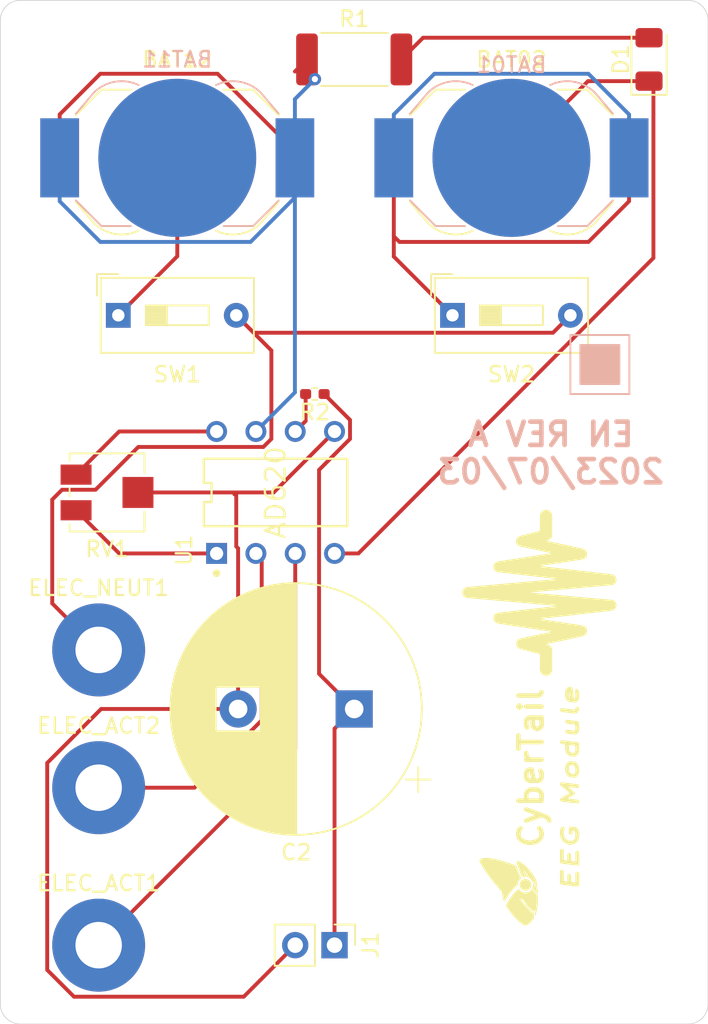
<source format=kicad_pcb>
(kicad_pcb (version 20171130) (host pcbnew 5.1.9+dfsg1-1+deb11u1)

  (general
    (thickness 1.6)
    (drawings 26)
    (tracks 87)
    (zones 0)
    (modules 16)
    (nets 17)
  )

  (page A4)
  (layers
    (0 F.Cu signal)
    (31 B.Cu signal)
    (32 B.Adhes user)
    (33 F.Adhes user)
    (34 B.Paste user)
    (35 F.Paste user)
    (36 B.SilkS user)
    (37 F.SilkS user)
    (38 B.Mask user)
    (39 F.Mask user)
    (40 Dwgs.User user)
    (41 Cmts.User user)
    (42 Eco1.User user)
    (43 Eco2.User user)
    (44 Edge.Cuts user)
    (45 Margin user)
    (46 B.CrtYd user)
    (47 F.CrtYd user)
    (48 B.Fab user)
    (49 F.Fab user)
  )

  (setup
    (last_trace_width 0.25)
    (trace_clearance 0.2)
    (zone_clearance 0.508)
    (zone_45_only no)
    (trace_min 0.2)
    (via_size 0.8)
    (via_drill 0.4)
    (via_min_size 0.4)
    (via_min_drill 0.3)
    (uvia_size 0.3)
    (uvia_drill 0.1)
    (uvias_allowed no)
    (uvia_min_size 0.2)
    (uvia_min_drill 0.1)
    (edge_width 0.05)
    (segment_width 0.2)
    (pcb_text_width 0.3)
    (pcb_text_size 1.5 1.5)
    (mod_edge_width 0.12)
    (mod_text_size 1 1)
    (mod_text_width 0.15)
    (pad_size 1.524 1.524)
    (pad_drill 0.762)
    (pad_to_mask_clearance 0)
    (aux_axis_origin 0 0)
    (grid_origin 173.99 96.52)
    (visible_elements FFFFFF7F)
    (pcbplotparams
      (layerselection 0x010fc_ffffffff)
      (usegerberextensions false)
      (usegerberattributes true)
      (usegerberadvancedattributes true)
      (creategerberjobfile true)
      (excludeedgelayer true)
      (linewidth 0.100000)
      (plotframeref false)
      (viasonmask false)
      (mode 1)
      (useauxorigin false)
      (hpglpennumber 1)
      (hpglpenspeed 20)
      (hpglpendiameter 15.000000)
      (psnegative false)
      (psa4output false)
      (plotreference true)
      (plotvalue true)
      (plotinvisibletext false)
      (padsonsilk false)
      (subtractmaskfromsilk false)
      (outputformat 1)
      (mirror false)
      (drillshape 1)
      (scaleselection 1)
      (outputdirectory ""))
  )

  (net 0 "")
  (net 1 "Net-(BAT2-Pad1)")
  (net 2 GND)
  (net 3 "Net-(C2-Pad1)")
  (net 4 "Net-(D1-Pad2)")
  (net 5 "Net-(ELEC_ACT1-Pad1)")
  (net 6 "Net-(ELEC_ACT2-Pad1)")
  (net 7 GND2)
  (net 8 "Net-(R2-Pad2)")
  (net 9 "Net-(RV1-Pad3)")
  (net 10 "Net-(RV1-Pad1)")
  (net 11 "Net-(BAT01-Pad2)")
  (net 12 "Net-(BAT01-Pad1)")
  (net 13 "Net-(BAT02-Pad2)")
  (net 14 "Net-(BAT11-Pad2)")
  (net 15 "Net-(BAT11-Pad1)")
  (net 16 "Net-(BAT12-Pad2)")

  (net_class Default "This is the default net class."
    (clearance 0.2)
    (trace_width 0.25)
    (via_dia 0.8)
    (via_drill 0.4)
    (uvia_dia 0.3)
    (uvia_drill 0.1)
    (add_net GND)
    (add_net GND2)
    (add_net "Net-(BAT01-Pad1)")
    (add_net "Net-(BAT01-Pad2)")
    (add_net "Net-(BAT02-Pad2)")
    (add_net "Net-(BAT11-Pad1)")
    (add_net "Net-(BAT11-Pad2)")
    (add_net "Net-(BAT12-Pad2)")
    (add_net "Net-(BAT2-Pad1)")
    (add_net "Net-(C2-Pad1)")
    (add_net "Net-(D1-Pad2)")
    (add_net "Net-(ELEC_ACT1-Pad1)")
    (add_net "Net-(ELEC_ACT2-Pad1)")
    (add_net "Net-(R2-Pad2)")
    (add_net "Net-(RV1-Pad1)")
    (add_net "Net-(RV1-Pad3)")
  )

  (module Battery:BatteryHolder_LINX_BAT-HLD-012-SMT (layer F.Cu) (tedit 5D9C8191) (tstamp 64A376DD)
    (at 24.13 22.86)
    (descr "SMT battery holder for CR1216/1220/1225, https://linxtechnologies.com/wp/wp-content/uploads/bat-hld-012-smt.pdf")
    (tags "battery holder coin cell cr1216 cr1220 cr1225")
    (path /64A3873A)
    (attr smd)
    (fp_text reference BAT12 (at 0 -6.35) (layer F.SilkS)
      (effects (font (size 1 1) (thickness 0.15)))
    )
    (fp_text value 3V (at 0 -7) (layer F.Fab)
      (effects (font (size 1 1) (thickness 0.15)))
    )
    (fp_arc (start -3.6 2.4) (end -5.4 4.2) (angle -70.5) (layer F.SilkS) (width 0.12))
    (fp_arc (start -3.6 2.4) (end -1.8 4.2) (angle 90) (layer F.Fab) (width 0.1))
    (fp_arc (start 3.6 2.4) (end 5.4 4.2) (angle 90) (layer F.Fab) (width 0.1))
    (fp_text user %R (at 0 0) (layer F.Fab)
      (effects (font (size 1 1) (thickness 0.15)))
    )
    (fp_arc (start 3.6 2.4) (end 5.4 4.2) (angle 70.55996517) (layer F.SilkS) (width 0.12))
    (fp_arc (start 0 6) (end -1.8 4.2) (angle 90) (layer F.Fab) (width 0.1))
    (fp_line (start 6.55 2.85) (end 5.4 4.2) (layer F.SilkS) (width 0.12))
    (fp_line (start -6.55 2.85) (end -5.4 4.2) (layer F.SilkS) (width 0.12))
    (fp_line (start -4.9 -4.4) (end -3 -4.4) (layer F.SilkS) (width 0.12))
    (fp_line (start 4.9 -4.4) (end 3 -4.4) (layer F.SilkS) (width 0.12))
    (fp_line (start 4.9 -4.4) (end 6.55 -2.75) (layer F.SilkS) (width 0.12))
    (fp_line (start -6.55 -2.75) (end -4.9 -4.4) (layer F.SilkS) (width 0.12))
    (fp_line (start 6.55 -2.75) (end 6.75 -2.75) (layer F.Fab) (width 0.1))
    (fp_line (start 6.55 -2.75) (end 6.7 -2.9) (layer F.Fab) (width 0.1))
    (fp_line (start 5.05 -4.55) (end 4.9 -4.4) (layer F.Fab) (width 0.1))
    (fp_line (start -5.05 -4.55) (end -4.9 -4.4) (layer F.Fab) (width 0.1))
    (fp_line (start -6.55 -2.75) (end -6.7 -2.9) (layer F.Fab) (width 0.1))
    (fp_line (start -6.75 -2.75) (end -6.55 -2.75) (layer F.Fab) (width 0.1))
    (fp_line (start 6.75 2.85) (end 6.55 2.85) (layer F.Fab) (width 0.1))
    (fp_line (start -6.75 2.85) (end -6.55 2.85) (layer F.Fab) (width 0.1))
    (fp_line (start -3.55 6.75) (end -7.25 3.05) (layer F.CrtYd) (width 0.05))
    (fp_line (start 3.55 6.75) (end 7.25 3.05) (layer F.CrtYd) (width 0.05))
    (fp_line (start -3.55 6.75) (end 3.55 6.75) (layer F.CrtYd) (width 0.05))
    (fp_line (start 9.35 3.05) (end 7.25 3.05) (layer F.CrtYd) (width 0.05))
    (fp_line (start 9.35 -3.05) (end 9.35 3.05) (layer F.CrtYd) (width 0.05))
    (fp_line (start 7.25 -3.05) (end 9.35 -3.05) (layer F.CrtYd) (width 0.05))
    (fp_line (start 3.55 -6.75) (end 7.25 -3.05) (layer F.CrtYd) (width 0.05))
    (fp_line (start -3.55 -6.75) (end 3.55 -6.75) (layer F.CrtYd) (width 0.05))
    (fp_line (start -7.25 -3.05) (end -3.55 -6.75) (layer F.CrtYd) (width 0.05))
    (fp_line (start -9.35 3.05) (end -7.25 3.05) (layer F.CrtYd) (width 0.05))
    (fp_line (start -9.35 -3.05) (end -7.25 -3.05) (layer F.CrtYd) (width 0.05))
    (fp_line (start -9.35 3.05) (end -9.35 -3.05) (layer F.CrtYd) (width 0.05))
    (fp_circle (center 0 0) (end -6.25 0) (layer F.Fab) (width 0.1))
    (fp_line (start 6.55 2.85) (end 5.4 4.2) (layer F.Fab) (width 0.1))
    (fp_line (start -6.55 2.85) (end -5.4 4.2) (layer F.Fab) (width 0.1))
    (fp_line (start -6.55 -2.75) (end -4.9 -4.4) (layer F.Fab) (width 0.1))
    (fp_line (start -6.55 2.85) (end -6.55 -2.75) (layer F.Fab) (width 0.1))
    (fp_line (start 6.55 -2.75) (end 4.9 -4.4) (layer F.Fab) (width 0.1))
    (fp_line (start 6.55 2.85) (end 6.55 -2.75) (layer F.Fab) (width 0.1))
    (fp_line (start 6.7 -2.9) (end 5.05 -4.55) (layer F.Fab) (width 0.1))
    (fp_line (start -6.7 -2.9) (end -5.05 -4.55) (layer F.Fab) (width 0.1))
    (fp_line (start 4.9 -4.4) (end -4.9 -4.4) (layer F.Fab) (width 0.1))
    (fp_line (start 6.75 2.85) (end 6.75 -2.75) (layer F.Fab) (width 0.1))
    (fp_line (start -6.75 2.85) (end -6.75 -2.75) (layer F.Fab) (width 0.1))
    (fp_line (start 7.65 -2.55) (end 6.75 -2.55) (layer F.Fab) (width 0.1))
    (fp_line (start 7.65 -0.55) (end 7.65 -2.55) (layer F.Fab) (width 0.1))
    (fp_line (start 6.75 -0.55) (end 7.65 -0.55) (layer F.Fab) (width 0.1))
    (fp_line (start 7.65 0.55) (end 6.75 0.55) (layer F.Fab) (width 0.1))
    (fp_line (start 7.65 2.55) (end 7.65 0.55) (layer F.Fab) (width 0.1))
    (fp_line (start 6.75 2.55) (end 7.65 2.55) (layer F.Fab) (width 0.1))
    (fp_line (start -7.65 2.55) (end -6.75 2.55) (layer F.Fab) (width 0.1))
    (fp_line (start -7.65 0.55) (end -7.65 2.55) (layer F.Fab) (width 0.1))
    (fp_line (start -6.75 0.55) (end -7.65 0.55) (layer F.Fab) (width 0.1))
    (fp_line (start -7.65 -0.55) (end -6.75 -0.55) (layer F.Fab) (width 0.1))
    (fp_line (start -7.65 -2.55) (end -6.75 -2.55) (layer F.Fab) (width 0.1))
    (fp_line (start -7.65 -2.55) (end -7.65 -0.55) (layer F.Fab) (width 0.1))
    (pad 2 smd circle (at 0 0) (size 10.2 10.2) (layers F.Cu F.Mask)
      (net 16 "Net-(BAT12-Pad2)"))
    (pad 1 smd rect (at 7.6 0) (size 2.5 5.1) (layers F.Cu F.Paste F.Mask)
      (net 14 "Net-(BAT11-Pad2)"))
    (pad 1 smd rect (at -7.6 0) (size 2.5 5.1) (layers F.Cu F.Paste F.Mask)
      (net 14 "Net-(BAT11-Pad2)"))
    (model ${KISYS3DMOD}/Battery.3dshapes/BatteryHolder_LINX_BAT-HLD-012-SMT.wrl
      (at (xyz 0 0 0))
      (scale (xyz 1 1 1))
      (rotate (xyz 0 0 0))
    )
  )

  (module Battery:BatteryHolder_LINX_BAT-HLD-012-SMT (layer B.Cu) (tedit 5D9C8191) (tstamp 64A37622)
    (at 45.72 22.86)
    (descr "SMT battery holder for CR1216/1220/1225, https://linxtechnologies.com/wp/wp-content/uploads/bat-hld-012-smt.pdf")
    (tags "battery holder coin cell cr1216 cr1220 cr1225")
    (path /64A37B39)
    (attr smd)
    (fp_text reference BAT01 (at 0 -6) (layer B.SilkS)
      (effects (font (size 1 1) (thickness 0.15)) (justify mirror))
    )
    (fp_text value 3V (at 0 7) (layer B.Fab)
      (effects (font (size 1 1) (thickness 0.15)) (justify mirror))
    )
    (fp_arc (start -3.6 -2.4) (end -5.4 -4.2) (angle 70.5) (layer B.SilkS) (width 0.12))
    (fp_arc (start -3.6 -2.4) (end -1.8 -4.2) (angle -90) (layer B.Fab) (width 0.1))
    (fp_arc (start 3.6 -2.4) (end 5.4 -4.2) (angle -90) (layer B.Fab) (width 0.1))
    (fp_text user %R (at 0 0) (layer B.Fab)
      (effects (font (size 1 1) (thickness 0.15)) (justify mirror))
    )
    (fp_arc (start 3.6 -2.4) (end 5.4 -4.2) (angle -70.55996517) (layer B.SilkS) (width 0.12))
    (fp_arc (start 0 -6) (end -1.8 -4.2) (angle -90) (layer B.Fab) (width 0.1))
    (fp_line (start 6.55 -2.85) (end 5.4 -4.2) (layer B.SilkS) (width 0.12))
    (fp_line (start -6.55 -2.85) (end -5.4 -4.2) (layer B.SilkS) (width 0.12))
    (fp_line (start -4.9 4.4) (end -3 4.4) (layer B.SilkS) (width 0.12))
    (fp_line (start 4.9 4.4) (end 3 4.4) (layer B.SilkS) (width 0.12))
    (fp_line (start 4.9 4.4) (end 6.55 2.75) (layer B.SilkS) (width 0.12))
    (fp_line (start -6.55 2.75) (end -4.9 4.4) (layer B.SilkS) (width 0.12))
    (fp_line (start 6.55 2.75) (end 6.75 2.75) (layer B.Fab) (width 0.1))
    (fp_line (start 6.55 2.75) (end 6.7 2.9) (layer B.Fab) (width 0.1))
    (fp_line (start 5.05 4.55) (end 4.9 4.4) (layer B.Fab) (width 0.1))
    (fp_line (start -5.05 4.55) (end -4.9 4.4) (layer B.Fab) (width 0.1))
    (fp_line (start -6.55 2.75) (end -6.7 2.9) (layer B.Fab) (width 0.1))
    (fp_line (start -6.75 2.75) (end -6.55 2.75) (layer B.Fab) (width 0.1))
    (fp_line (start 6.75 -2.85) (end 6.55 -2.85) (layer B.Fab) (width 0.1))
    (fp_line (start -6.75 -2.85) (end -6.55 -2.85) (layer B.Fab) (width 0.1))
    (fp_line (start -3.55 -6.75) (end -7.25 -3.05) (layer B.CrtYd) (width 0.05))
    (fp_line (start 3.55 -6.75) (end 7.25 -3.05) (layer B.CrtYd) (width 0.05))
    (fp_line (start -3.55 -6.75) (end 3.55 -6.75) (layer B.CrtYd) (width 0.05))
    (fp_line (start 9.35 -3.05) (end 7.25 -3.05) (layer B.CrtYd) (width 0.05))
    (fp_line (start 9.35 3.05) (end 9.35 -3.05) (layer B.CrtYd) (width 0.05))
    (fp_line (start 7.25 3.05) (end 9.35 3.05) (layer B.CrtYd) (width 0.05))
    (fp_line (start 3.55 6.75) (end 7.25 3.05) (layer B.CrtYd) (width 0.05))
    (fp_line (start -3.55 6.75) (end 3.55 6.75) (layer B.CrtYd) (width 0.05))
    (fp_line (start -7.25 3.05) (end -3.55 6.75) (layer B.CrtYd) (width 0.05))
    (fp_line (start -9.35 -3.05) (end -7.25 -3.05) (layer B.CrtYd) (width 0.05))
    (fp_line (start -9.35 3.05) (end -7.25 3.05) (layer B.CrtYd) (width 0.05))
    (fp_line (start -9.35 -3.05) (end -9.35 3.05) (layer B.CrtYd) (width 0.05))
    (fp_circle (center 0 0) (end -6.25 0) (layer B.Fab) (width 0.1))
    (fp_line (start 6.55 -2.85) (end 5.4 -4.2) (layer B.Fab) (width 0.1))
    (fp_line (start -6.55 -2.85) (end -5.4 -4.2) (layer B.Fab) (width 0.1))
    (fp_line (start -6.55 2.75) (end -4.9 4.4) (layer B.Fab) (width 0.1))
    (fp_line (start -6.55 -2.85) (end -6.55 2.75) (layer B.Fab) (width 0.1))
    (fp_line (start 6.55 2.75) (end 4.9 4.4) (layer B.Fab) (width 0.1))
    (fp_line (start 6.55 -2.85) (end 6.55 2.75) (layer B.Fab) (width 0.1))
    (fp_line (start 6.7 2.9) (end 5.05 4.55) (layer B.Fab) (width 0.1))
    (fp_line (start -6.7 2.9) (end -5.05 4.55) (layer B.Fab) (width 0.1))
    (fp_line (start 4.9 4.4) (end -4.9 4.4) (layer B.Fab) (width 0.1))
    (fp_line (start 6.75 -2.85) (end 6.75 2.75) (layer B.Fab) (width 0.1))
    (fp_line (start -6.75 -2.85) (end -6.75 2.75) (layer B.Fab) (width 0.1))
    (fp_line (start 7.65 2.55) (end 6.75 2.55) (layer B.Fab) (width 0.1))
    (fp_line (start 7.65 0.55) (end 7.65 2.55) (layer B.Fab) (width 0.1))
    (fp_line (start 6.75 0.55) (end 7.65 0.55) (layer B.Fab) (width 0.1))
    (fp_line (start 7.65 -0.55) (end 6.75 -0.55) (layer B.Fab) (width 0.1))
    (fp_line (start 7.65 -2.55) (end 7.65 -0.55) (layer B.Fab) (width 0.1))
    (fp_line (start 6.75 -2.55) (end 7.65 -2.55) (layer B.Fab) (width 0.1))
    (fp_line (start -7.65 -2.55) (end -6.75 -2.55) (layer B.Fab) (width 0.1))
    (fp_line (start -7.65 -0.55) (end -7.65 -2.55) (layer B.Fab) (width 0.1))
    (fp_line (start -6.75 -0.55) (end -7.65 -0.55) (layer B.Fab) (width 0.1))
    (fp_line (start -7.65 0.55) (end -6.75 0.55) (layer B.Fab) (width 0.1))
    (fp_line (start -7.65 2.55) (end -6.75 2.55) (layer B.Fab) (width 0.1))
    (fp_line (start -7.65 2.55) (end -7.65 0.55) (layer B.Fab) (width 0.1))
    (pad 2 smd circle (at 0 0) (size 10.2 10.2) (layers B.Cu B.Mask)
      (net 11 "Net-(BAT01-Pad2)"))
    (pad 1 smd rect (at 7.6 0) (size 2.5 5.1) (layers B.Cu B.Paste B.Mask)
      (net 12 "Net-(BAT01-Pad1)"))
    (pad 1 smd rect (at -7.6 0) (size 2.5 5.1) (layers B.Cu B.Paste B.Mask)
      (net 12 "Net-(BAT01-Pad1)"))
    (model ${KISYS3DMOD}/Battery.3dshapes/BatteryHolder_LINX_BAT-HLD-012-SMT.wrl
      (at (xyz 0 0 0))
      (scale (xyz 1 1 1))
      (rotate (xyz 0 0 0))
    )
  )

  (module AD620:Analog_Devices_Inc-N-8-0-0-0 (layer F.Cu) (tedit 5EF19D70) (tstamp 64A390AA)
    (at 30.48 44.45 90)
    (path /64E9F1EC)
    (fp_text reference U1 (at -4.835 -5.91 90) (layer F.SilkS)
      (effects (font (size 1 1) (thickness 0.15)) (justify left))
    )
    (fp_text value AD620 (at 0 0 90) (layer F.SilkS)
      (effects (font (size 1.27 1.27) (thickness 0.15)))
    )
    (fp_line (start 4.635 5.105) (end 4.635 -5.105) (layer F.CrtYd) (width 0.15))
    (fp_line (start -4.635 5.105) (end 4.635 5.105) (layer F.CrtYd) (width 0.15))
    (fp_line (start -4.635 -5.105) (end -4.635 5.105) (layer F.CrtYd) (width 0.15))
    (fp_line (start 4.635 -5.105) (end -4.635 -5.105) (layer F.CrtYd) (width 0.15))
    (fp_line (start 4.635 -5.105) (end 4.635 -5.105) (layer F.CrtYd) (width 0.15))
    (fp_line (start -0.621428 -4.635) (end -2.175 -4.635) (layer F.SilkS) (width 0.15))
    (fp_line (start -0.621428 -4.135) (end -0.621428 -4.635) (layer F.SilkS) (width 0.15))
    (fp_line (start 0.621428 -4.135) (end -0.621428 -4.135) (layer F.SilkS) (width 0.15))
    (fp_line (start 0.621428 -4.635) (end 0.621428 -4.135) (layer F.SilkS) (width 0.15))
    (fp_line (start 2.175 -4.635) (end 0.621428 -4.635) (layer F.SilkS) (width 0.15))
    (fp_line (start 2.175 4.635) (end 2.175 -4.635) (layer F.SilkS) (width 0.15))
    (fp_line (start -2.175 4.635) (end 2.175 4.635) (layer F.SilkS) (width 0.15))
    (fp_line (start -2.175 -4.635) (end -2.175 4.635) (layer F.SilkS) (width 0.15))
    (fp_line (start 3.175 4.635) (end -3.175 4.635) (layer F.Fab) (width 0.15))
    (fp_line (start 3.175 -4.635) (end 3.175 4.635) (layer F.Fab) (width 0.15))
    (fp_line (start -3.175 -4.635) (end 3.175 -4.635) (layer F.Fab) (width 0.15))
    (fp_line (start -3.175 4.635) (end -3.175 -4.635) (layer F.Fab) (width 0.15))
    (fp_circle (center -5.21 -3.81) (end -5.085 -3.81) (layer F.SilkS) (width 0.25))
    (pad 8 thru_hole circle (at 3.935 -3.81 90) (size 1.35 1.35) (drill 0.85) (layers *.Cu)
      (net 9 "Net-(RV1-Pad3)") (thermal_width 0.4))
    (pad 7 thru_hole circle (at 3.935 -1.27 90) (size 1.35 1.35) (drill 0.85) (layers *.Cu)
      (net 15 "Net-(BAT11-Pad1)") (thermal_width 0.4))
    (pad 6 thru_hole circle (at 3.935 1.27 90) (size 1.35 1.35) (drill 0.85) (layers *.Cu)
      (net 8 "Net-(R2-Pad2)") (thermal_width 0.4))
    (pad 5 thru_hole circle (at 3.935 3.81 90) (size 1.35 1.35) (drill 0.85) (layers *.Cu)
      (net 2 GND) (thermal_width 0.4))
    (pad 4 thru_hole circle (at -3.935 3.81 90) (size 1.35 1.35) (drill 0.85) (layers *.Cu)
      (net 13 "Net-(BAT02-Pad2)") (thermal_width 0.4))
    (pad 3 thru_hole circle (at -3.935 1.27 90) (size 1.35 1.35) (drill 0.85) (layers *.Cu)
      (net 5 "Net-(ELEC_ACT1-Pad1)") (thermal_width 0.4))
    (pad 2 thru_hole circle (at -3.935 -1.27 90) (size 1.35 1.35) (drill 0.85) (layers *.Cu)
      (net 6 "Net-(ELEC_ACT2-Pad1)") (thermal_width 0.4))
    (pad 1 thru_hole rect (at -3.935 -3.81 90) (size 1.35 1.35) (drill 0.85) (layers *.Cu)
      (net 10 "Net-(RV1-Pad1)") (thermal_width 0.4))
    (model eec.models/Analog_Devices_Inc_-_AD620AN.step
      (at (xyz 0 0 0))
      (scale (xyz 1 1 1))
      (rotate (xyz 0 0 0))
    )
  )

  (module Button_Switch_THT:SW_DIP_SPSTx01_Slide_9.78x4.72mm_W7.62mm_P2.54mm (layer F.Cu) (tedit 5A4E1404) (tstamp 64A3908C)
    (at 41.91 33.02)
    (descr "1x-dip-switch SPST , Slide, row spacing 7.62 mm (300 mils), body size 9.78x4.72mm (see e.g. https://www.ctscorp.com/wp-content/uploads/206-208.pdf)")
    (tags "DIP Switch SPST Slide 7.62mm 300mil")
    (path /64EB5DED)
    (fp_text reference SW2 (at 3.81 3.81) (layer F.SilkS)
      (effects (font (size 1 1) (thickness 0.15)))
    )
    (fp_text value SW_DIP_x01 (at 3.81 3.42) (layer F.Fab)
      (effects (font (size 1 1) (thickness 0.15)))
    )
    (fp_line (start 8.95 -2.7) (end -1.35 -2.7) (layer F.CrtYd) (width 0.05))
    (fp_line (start 8.95 2.7) (end 8.95 -2.7) (layer F.CrtYd) (width 0.05))
    (fp_line (start -1.35 2.7) (end 8.95 2.7) (layer F.CrtYd) (width 0.05))
    (fp_line (start -1.35 -2.7) (end -1.35 2.7) (layer F.CrtYd) (width 0.05))
    (fp_line (start 3.133333 -0.635) (end 3.133333 0.635) (layer F.SilkS) (width 0.12))
    (fp_line (start 1.78 0.565) (end 3.133333 0.565) (layer F.SilkS) (width 0.12))
    (fp_line (start 1.78 0.445) (end 3.133333 0.445) (layer F.SilkS) (width 0.12))
    (fp_line (start 1.78 0.325) (end 3.133333 0.325) (layer F.SilkS) (width 0.12))
    (fp_line (start 1.78 0.205) (end 3.133333 0.205) (layer F.SilkS) (width 0.12))
    (fp_line (start 1.78 0.085) (end 3.133333 0.085) (layer F.SilkS) (width 0.12))
    (fp_line (start 1.78 -0.035) (end 3.133333 -0.035) (layer F.SilkS) (width 0.12))
    (fp_line (start 1.78 -0.155) (end 3.133333 -0.155) (layer F.SilkS) (width 0.12))
    (fp_line (start 1.78 -0.275) (end 3.133333 -0.275) (layer F.SilkS) (width 0.12))
    (fp_line (start 1.78 -0.395) (end 3.133333 -0.395) (layer F.SilkS) (width 0.12))
    (fp_line (start 1.78 -0.515) (end 3.133333 -0.515) (layer F.SilkS) (width 0.12))
    (fp_line (start 5.84 -0.635) (end 1.78 -0.635) (layer F.SilkS) (width 0.12))
    (fp_line (start 5.84 0.635) (end 5.84 -0.635) (layer F.SilkS) (width 0.12))
    (fp_line (start 1.78 0.635) (end 5.84 0.635) (layer F.SilkS) (width 0.12))
    (fp_line (start 1.78 -0.635) (end 1.78 0.635) (layer F.SilkS) (width 0.12))
    (fp_line (start -1.38 -2.66) (end -1.38 -1.277) (layer F.SilkS) (width 0.12))
    (fp_line (start -1.38 -2.66) (end 0.004 -2.66) (layer F.SilkS) (width 0.12))
    (fp_line (start 8.76 -2.42) (end 8.76 2.42) (layer F.SilkS) (width 0.12))
    (fp_line (start -1.14 -2.42) (end -1.14 2.42) (layer F.SilkS) (width 0.12))
    (fp_line (start -1.14 2.42) (end 8.76 2.42) (layer F.SilkS) (width 0.12))
    (fp_line (start -1.14 -2.42) (end 8.76 -2.42) (layer F.SilkS) (width 0.12))
    (fp_line (start 3.133333 -0.635) (end 3.133333 0.635) (layer F.Fab) (width 0.1))
    (fp_line (start 1.78 0.565) (end 3.133333 0.565) (layer F.Fab) (width 0.1))
    (fp_line (start 1.78 0.465) (end 3.133333 0.465) (layer F.Fab) (width 0.1))
    (fp_line (start 1.78 0.365) (end 3.133333 0.365) (layer F.Fab) (width 0.1))
    (fp_line (start 1.78 0.265) (end 3.133333 0.265) (layer F.Fab) (width 0.1))
    (fp_line (start 1.78 0.165) (end 3.133333 0.165) (layer F.Fab) (width 0.1))
    (fp_line (start 1.78 0.065) (end 3.133333 0.065) (layer F.Fab) (width 0.1))
    (fp_line (start 1.78 -0.035) (end 3.133333 -0.035) (layer F.Fab) (width 0.1))
    (fp_line (start 1.78 -0.135) (end 3.133333 -0.135) (layer F.Fab) (width 0.1))
    (fp_line (start 1.78 -0.235) (end 3.133333 -0.235) (layer F.Fab) (width 0.1))
    (fp_line (start 1.78 -0.335) (end 3.133333 -0.335) (layer F.Fab) (width 0.1))
    (fp_line (start 1.78 -0.435) (end 3.133333 -0.435) (layer F.Fab) (width 0.1))
    (fp_line (start 1.78 -0.535) (end 3.133333 -0.535) (layer F.Fab) (width 0.1))
    (fp_line (start 5.84 -0.635) (end 1.78 -0.635) (layer F.Fab) (width 0.1))
    (fp_line (start 5.84 0.635) (end 5.84 -0.635) (layer F.Fab) (width 0.1))
    (fp_line (start 1.78 0.635) (end 5.84 0.635) (layer F.Fab) (width 0.1))
    (fp_line (start 1.78 -0.635) (end 1.78 0.635) (layer F.Fab) (width 0.1))
    (fp_line (start -1.08 -1.36) (end -0.08 -2.36) (layer F.Fab) (width 0.1))
    (fp_line (start -1.08 2.36) (end -1.08 -1.36) (layer F.Fab) (width 0.1))
    (fp_line (start 8.7 2.36) (end -1.08 2.36) (layer F.Fab) (width 0.1))
    (fp_line (start 8.7 -2.36) (end 8.7 2.36) (layer F.Fab) (width 0.1))
    (fp_line (start -0.08 -2.36) (end 8.7 -2.36) (layer F.Fab) (width 0.1))
    (fp_text user on (at 5.365 -1.4975) (layer F.Fab)
      (effects (font (size 0.6 0.6) (thickness 0.09)))
    )
    (fp_text user %R (at 7.27 0 90) (layer F.Fab)
      (effects (font (size 0.6 0.6) (thickness 0.09)))
    )
    (pad 2 thru_hole oval (at 7.62 0) (size 1.6 1.6) (drill 0.8) (layers *.Cu *.Mask)
      (net 7 GND2))
    (pad 1 thru_hole rect (at 0 0) (size 1.6 1.6) (drill 0.8) (layers *.Cu *.Mask)
      (net 12 "Net-(BAT01-Pad1)"))
    (model ${KISYS3DMOD}/Button_Switch_THT.3dshapes/SW_DIP_SPSTx01_Slide_9.78x4.72mm_W7.62mm_P2.54mm.wrl
      (at (xyz 0 0 0))
      (scale (xyz 1 1 1))
      (rotate (xyz 0 0 90))
    )
  )

  (module Button_Switch_THT:SW_DIP_SPSTx01_Slide_9.78x4.72mm_W7.62mm_P2.54mm (layer F.Cu) (tedit 5A4E1404) (tstamp 64A39055)
    (at 20.32 33.02)
    (descr "1x-dip-switch SPST , Slide, row spacing 7.62 mm (300 mils), body size 9.78x4.72mm (see e.g. https://www.ctscorp.com/wp-content/uploads/206-208.pdf)")
    (tags "DIP Switch SPST Slide 7.62mm 300mil")
    (path /64EB55F2)
    (fp_text reference SW1 (at 3.81 3.81) (layer F.SilkS)
      (effects (font (size 1 1) (thickness 0.15)))
    )
    (fp_text value SW_DIP_x01 (at 3.81 3.42) (layer F.Fab)
      (effects (font (size 1 1) (thickness 0.15)))
    )
    (fp_line (start 8.95 -2.7) (end -1.35 -2.7) (layer F.CrtYd) (width 0.05))
    (fp_line (start 8.95 2.7) (end 8.95 -2.7) (layer F.CrtYd) (width 0.05))
    (fp_line (start -1.35 2.7) (end 8.95 2.7) (layer F.CrtYd) (width 0.05))
    (fp_line (start -1.35 -2.7) (end -1.35 2.7) (layer F.CrtYd) (width 0.05))
    (fp_line (start 3.133333 -0.635) (end 3.133333 0.635) (layer F.SilkS) (width 0.12))
    (fp_line (start 1.78 0.565) (end 3.133333 0.565) (layer F.SilkS) (width 0.12))
    (fp_line (start 1.78 0.445) (end 3.133333 0.445) (layer F.SilkS) (width 0.12))
    (fp_line (start 1.78 0.325) (end 3.133333 0.325) (layer F.SilkS) (width 0.12))
    (fp_line (start 1.78 0.205) (end 3.133333 0.205) (layer F.SilkS) (width 0.12))
    (fp_line (start 1.78 0.085) (end 3.133333 0.085) (layer F.SilkS) (width 0.12))
    (fp_line (start 1.78 -0.035) (end 3.133333 -0.035) (layer F.SilkS) (width 0.12))
    (fp_line (start 1.78 -0.155) (end 3.133333 -0.155) (layer F.SilkS) (width 0.12))
    (fp_line (start 1.78 -0.275) (end 3.133333 -0.275) (layer F.SilkS) (width 0.12))
    (fp_line (start 1.78 -0.395) (end 3.133333 -0.395) (layer F.SilkS) (width 0.12))
    (fp_line (start 1.78 -0.515) (end 3.133333 -0.515) (layer F.SilkS) (width 0.12))
    (fp_line (start 5.84 -0.635) (end 1.78 -0.635) (layer F.SilkS) (width 0.12))
    (fp_line (start 5.84 0.635) (end 5.84 -0.635) (layer F.SilkS) (width 0.12))
    (fp_line (start 1.78 0.635) (end 5.84 0.635) (layer F.SilkS) (width 0.12))
    (fp_line (start 1.78 -0.635) (end 1.78 0.635) (layer F.SilkS) (width 0.12))
    (fp_line (start -1.38 -2.66) (end -1.38 -1.277) (layer F.SilkS) (width 0.12))
    (fp_line (start -1.38 -2.66) (end 0.004 -2.66) (layer F.SilkS) (width 0.12))
    (fp_line (start 8.76 -2.42) (end 8.76 2.42) (layer F.SilkS) (width 0.12))
    (fp_line (start -1.14 -2.42) (end -1.14 2.42) (layer F.SilkS) (width 0.12))
    (fp_line (start -1.14 2.42) (end 8.76 2.42) (layer F.SilkS) (width 0.12))
    (fp_line (start -1.14 -2.42) (end 8.76 -2.42) (layer F.SilkS) (width 0.12))
    (fp_line (start 3.133333 -0.635) (end 3.133333 0.635) (layer F.Fab) (width 0.1))
    (fp_line (start 1.78 0.565) (end 3.133333 0.565) (layer F.Fab) (width 0.1))
    (fp_line (start 1.78 0.465) (end 3.133333 0.465) (layer F.Fab) (width 0.1))
    (fp_line (start 1.78 0.365) (end 3.133333 0.365) (layer F.Fab) (width 0.1))
    (fp_line (start 1.78 0.265) (end 3.133333 0.265) (layer F.Fab) (width 0.1))
    (fp_line (start 1.78 0.165) (end 3.133333 0.165) (layer F.Fab) (width 0.1))
    (fp_line (start 1.78 0.065) (end 3.133333 0.065) (layer F.Fab) (width 0.1))
    (fp_line (start 1.78 -0.035) (end 3.133333 -0.035) (layer F.Fab) (width 0.1))
    (fp_line (start 1.78 -0.135) (end 3.133333 -0.135) (layer F.Fab) (width 0.1))
    (fp_line (start 1.78 -0.235) (end 3.133333 -0.235) (layer F.Fab) (width 0.1))
    (fp_line (start 1.78 -0.335) (end 3.133333 -0.335) (layer F.Fab) (width 0.1))
    (fp_line (start 1.78 -0.435) (end 3.133333 -0.435) (layer F.Fab) (width 0.1))
    (fp_line (start 1.78 -0.535) (end 3.133333 -0.535) (layer F.Fab) (width 0.1))
    (fp_line (start 5.84 -0.635) (end 1.78 -0.635) (layer F.Fab) (width 0.1))
    (fp_line (start 5.84 0.635) (end 5.84 -0.635) (layer F.Fab) (width 0.1))
    (fp_line (start 1.78 0.635) (end 5.84 0.635) (layer F.Fab) (width 0.1))
    (fp_line (start 1.78 -0.635) (end 1.78 0.635) (layer F.Fab) (width 0.1))
    (fp_line (start -1.08 -1.36) (end -0.08 -2.36) (layer F.Fab) (width 0.1))
    (fp_line (start -1.08 2.36) (end -1.08 -1.36) (layer F.Fab) (width 0.1))
    (fp_line (start 8.7 2.36) (end -1.08 2.36) (layer F.Fab) (width 0.1))
    (fp_line (start 8.7 -2.36) (end 8.7 2.36) (layer F.Fab) (width 0.1))
    (fp_line (start -0.08 -2.36) (end 8.7 -2.36) (layer F.Fab) (width 0.1))
    (fp_text user on (at 5.365 -1.4975) (layer F.Fab)
      (effects (font (size 0.6 0.6) (thickness 0.09)))
    )
    (fp_text user %R (at 7.27 0 90) (layer F.Fab)
      (effects (font (size 0.6 0.6) (thickness 0.09)))
    )
    (pad 2 thru_hole oval (at 7.62 0) (size 1.6 1.6) (drill 0.8) (layers *.Cu *.Mask)
      (net 7 GND2))
    (pad 1 thru_hole rect (at 0 0) (size 1.6 1.6) (drill 0.8) (layers *.Cu *.Mask)
      (net 16 "Net-(BAT12-Pad2)"))
    (model ${KISYS3DMOD}/Button_Switch_THT.3dshapes/SW_DIP_SPSTx01_Slide_9.78x4.72mm_W7.62mm_P2.54mm.wrl
      (at (xyz 0 0 0))
      (scale (xyz 1 1 1))
      (rotate (xyz 0 0 90))
    )
  )

  (module Potentiometer_SMD:Potentiometer_Bourns_3214J_Horizontal (layer F.Cu) (tedit 5A3D7171) (tstamp 64A3901E)
    (at 19.59 44.45 180)
    (descr "Potentiometer, horizontal, Bourns 3214J, https://www.bourns.com/docs/Product-Datasheets/3214.pdf")
    (tags "Potentiometer horizontal Bourns 3214J")
    (path /64EB83C8)
    (attr smd)
    (fp_text reference RV1 (at 0 -3.65) (layer F.SilkS)
      (effects (font (size 1 1) (thickness 0.15)))
    )
    (fp_text value 1000 (at 0 3.65) (layer F.Fab)
      (effects (font (size 1 1) (thickness 0.15)))
    )
    (fp_line (start 3.25 -2.65) (end -3.25 -2.65) (layer F.CrtYd) (width 0.05))
    (fp_line (start 3.25 2.65) (end 3.25 -2.65) (layer F.CrtYd) (width 0.05))
    (fp_line (start -3.25 2.65) (end 3.25 2.65) (layer F.CrtYd) (width 0.05))
    (fp_line (start -3.25 -2.65) (end -3.25 2.65) (layer F.CrtYd) (width 0.05))
    (fp_line (start -2.42 -2.14) (end -2.42 -1.24) (layer F.SilkS) (width 0.12))
    (fp_line (start -2.42 -2.14) (end -2.42 -1.24) (layer F.SilkS) (width 0.12))
    (fp_line (start -2.42 -2.14) (end -2.42 -2.14) (layer F.SilkS) (width 0.12))
    (fp_line (start 2.42 2.04) (end 2.42 2.52) (layer F.SilkS) (width 0.12))
    (fp_line (start 2.42 -0.26) (end 2.42 0.26) (layer F.SilkS) (width 0.12))
    (fp_line (start 2.42 -2.52) (end 2.42 -2.04) (layer F.SilkS) (width 0.12))
    (fp_line (start -2.42 1.24) (end -2.42 2.52) (layer F.SilkS) (width 0.12))
    (fp_line (start -2.42 -2.52) (end -2.42 -1.24) (layer F.SilkS) (width 0.12))
    (fp_line (start -2.42 2.52) (end 2.42 2.52) (layer F.SilkS) (width 0.12))
    (fp_line (start -2.42 -2.52) (end 2.42 -2.52) (layer F.SilkS) (width 0.12))
    (fp_line (start -2.3 -1.13) (end -2.3 -1.13) (layer F.Fab) (width 0.1))
    (fp_line (start -2.3 -2.02) (end -2.3 -2.02) (layer F.Fab) (width 0.1))
    (fp_line (start -2.3 -0.24) (end -2.3 -2.02) (layer F.Fab) (width 0.1))
    (fp_line (start -2.3 -0.24) (end -2.3 -0.24) (layer F.Fab) (width 0.1))
    (fp_line (start -2.3 -2.02) (end -2.3 -0.24) (layer F.Fab) (width 0.1))
    (fp_line (start 2.3 -2.4) (end -2.3 -2.4) (layer F.Fab) (width 0.1))
    (fp_line (start 2.3 2.4) (end 2.3 -2.4) (layer F.Fab) (width 0.1))
    (fp_line (start -2.3 2.4) (end 2.3 2.4) (layer F.Fab) (width 0.1))
    (fp_line (start -2.3 -2.4) (end -2.3 2.4) (layer F.Fab) (width 0.1))
    (fp_text user %R (at 0 0) (layer F.Fab)
      (effects (font (size 1 1) (thickness 0.15)))
    )
    (pad 3 smd rect (at 2 1.15 180) (size 2 1.3) (layers F.Cu F.Paste F.Mask)
      (net 9 "Net-(RV1-Pad3)"))
    (pad 2 smd rect (at -2 0 180) (size 2 2) (layers F.Cu F.Paste F.Mask)
      (net 2 GND))
    (pad 1 smd rect (at 2 -1.15 180) (size 2 1.3) (layers F.Cu F.Paste F.Mask)
      (net 10 "Net-(RV1-Pad1)"))
    (model ${KISYS3DMOD}/Potentiometer_SMD.3dshapes/Potentiometer_Bourns_3214J_Horizontal.wrl
      (at (xyz 0 0 0))
      (scale (xyz 1 1 1))
      (rotate (xyz 0 0 0))
    )
  )

  (module Resistor_SMD:R_0402_1005Metric_Pad0.72x0.64mm_HandSolder (layer F.Cu) (tedit 5F6BB9E0) (tstamp 64A38FFF)
    (at 33.02 38.1 180)
    (descr "Resistor SMD 0402 (1005 Metric), square (rectangular) end terminal, IPC_7351 nominal with elongated pad for handsoldering. (Body size source: IPC-SM-782 page 72, https://www.pcb-3d.com/wordpress/wp-content/uploads/ipc-sm-782a_amendment_1_and_2.pdf), generated with kicad-footprint-generator")
    (tags "resistor handsolder")
    (path /64EA1197)
    (attr smd)
    (fp_text reference R2 (at 0 -1.17) (layer F.SilkS)
      (effects (font (size 1 1) (thickness 0.15)))
    )
    (fp_text value 1.8K (at 0 1.17) (layer F.Fab)
      (effects (font (size 1 1) (thickness 0.15)))
    )
    (fp_line (start 1.1 0.47) (end -1.1 0.47) (layer F.CrtYd) (width 0.05))
    (fp_line (start 1.1 -0.47) (end 1.1 0.47) (layer F.CrtYd) (width 0.05))
    (fp_line (start -1.1 -0.47) (end 1.1 -0.47) (layer F.CrtYd) (width 0.05))
    (fp_line (start -1.1 0.47) (end -1.1 -0.47) (layer F.CrtYd) (width 0.05))
    (fp_line (start -0.167621 0.38) (end 0.167621 0.38) (layer F.SilkS) (width 0.12))
    (fp_line (start -0.167621 -0.38) (end 0.167621 -0.38) (layer F.SilkS) (width 0.12))
    (fp_line (start 0.525 0.27) (end -0.525 0.27) (layer F.Fab) (width 0.1))
    (fp_line (start 0.525 -0.27) (end 0.525 0.27) (layer F.Fab) (width 0.1))
    (fp_line (start -0.525 -0.27) (end 0.525 -0.27) (layer F.Fab) (width 0.1))
    (fp_line (start -0.525 0.27) (end -0.525 -0.27) (layer F.Fab) (width 0.1))
    (fp_text user %R (at 0 0) (layer F.Fab)
      (effects (font (size 0.26 0.26) (thickness 0.04)))
    )
    (pad 2 smd roundrect (at 0.5975 0 180) (size 0.715 0.64) (layers F.Cu F.Paste F.Mask) (roundrect_rratio 0.25)
      (net 8 "Net-(R2-Pad2)"))
    (pad 1 smd roundrect (at -0.5975 0 180) (size 0.715 0.64) (layers F.Cu F.Paste F.Mask) (roundrect_rratio 0.25)
      (net 3 "Net-(C2-Pad1)"))
    (model ${KISYS3DMOD}/Resistor_SMD.3dshapes/R_0402_1005Metric.wrl
      (at (xyz 0 0 0))
      (scale (xyz 1 1 1))
      (rotate (xyz 0 0 0))
    )
  )

  (module Resistor_SMD:R_2512_6332Metric_Pad1.40x3.35mm_HandSolder (layer F.Cu) (tedit 5F68FEEE) (tstamp 64A38FEE)
    (at 35.56 16.51)
    (descr "Resistor SMD 2512 (6332 Metric), square (rectangular) end terminal, IPC_7351 nominal with elongated pad for handsoldering. (Body size source: IPC-SM-782 page 72, https://www.pcb-3d.com/wordpress/wp-content/uploads/ipc-sm-782a_amendment_1_and_2.pdf), generated with kicad-footprint-generator")
    (tags "resistor handsolder")
    (path /64EAF734)
    (attr smd)
    (fp_text reference R1 (at 0 -2.62) (layer F.SilkS)
      (effects (font (size 1 1) (thickness 0.15)))
    )
    (fp_text value R (at 0 2.62) (layer F.Fab)
      (effects (font (size 1 1) (thickness 0.15)))
    )
    (fp_line (start 4 1.92) (end -4 1.92) (layer F.CrtYd) (width 0.05))
    (fp_line (start 4 -1.92) (end 4 1.92) (layer F.CrtYd) (width 0.05))
    (fp_line (start -4 -1.92) (end 4 -1.92) (layer F.CrtYd) (width 0.05))
    (fp_line (start -4 1.92) (end -4 -1.92) (layer F.CrtYd) (width 0.05))
    (fp_line (start -2.177064 1.71) (end 2.177064 1.71) (layer F.SilkS) (width 0.12))
    (fp_line (start -2.177064 -1.71) (end 2.177064 -1.71) (layer F.SilkS) (width 0.12))
    (fp_line (start 3.15 1.6) (end -3.15 1.6) (layer F.Fab) (width 0.1))
    (fp_line (start 3.15 -1.6) (end 3.15 1.6) (layer F.Fab) (width 0.1))
    (fp_line (start -3.15 -1.6) (end 3.15 -1.6) (layer F.Fab) (width 0.1))
    (fp_line (start -3.15 1.6) (end -3.15 -1.6) (layer F.Fab) (width 0.1))
    (fp_text user %R (at 0 0) (layer F.Fab)
      (effects (font (size 1 1) (thickness 0.15)))
    )
    (pad 2 smd roundrect (at 3.05 0) (size 1.4 3.35) (layers F.Cu F.Paste F.Mask) (roundrect_rratio 0.178571)
      (net 4 "Net-(D1-Pad2)"))
    (pad 1 smd roundrect (at -3.05 0) (size 1.4 3.35) (layers F.Cu F.Paste F.Mask) (roundrect_rratio 0.178571)
      (net 15 "Net-(BAT11-Pad1)"))
    (model ${KISYS3DMOD}/Resistor_SMD.3dshapes/R_2512_6332Metric.wrl
      (at (xyz 0 0 0))
      (scale (xyz 1 1 1))
      (rotate (xyz 0 0 0))
    )
  )

  (module Connector_PinHeader_2.54mm:PinHeader_1x02_P2.54mm_Vertical (layer F.Cu) (tedit 59FED5CC) (tstamp 64A38FDD)
    (at 34.29 73.66 270)
    (descr "Through hole straight pin header, 1x02, 2.54mm pitch, single row")
    (tags "Through hole pin header THT 1x02 2.54mm single row")
    (path /64EA1733)
    (fp_text reference J1 (at 0 -2.33 90) (layer F.SilkS)
      (effects (font (size 1 1) (thickness 0.15)))
    )
    (fp_text value Output (at 0 4.87 90) (layer F.Fab)
      (effects (font (size 1 1) (thickness 0.15)))
    )
    (fp_line (start 1.8 -1.8) (end -1.8 -1.8) (layer F.CrtYd) (width 0.05))
    (fp_line (start 1.8 4.35) (end 1.8 -1.8) (layer F.CrtYd) (width 0.05))
    (fp_line (start -1.8 4.35) (end 1.8 4.35) (layer F.CrtYd) (width 0.05))
    (fp_line (start -1.8 -1.8) (end -1.8 4.35) (layer F.CrtYd) (width 0.05))
    (fp_line (start -1.33 -1.33) (end 0 -1.33) (layer F.SilkS) (width 0.12))
    (fp_line (start -1.33 0) (end -1.33 -1.33) (layer F.SilkS) (width 0.12))
    (fp_line (start -1.33 1.27) (end 1.33 1.27) (layer F.SilkS) (width 0.12))
    (fp_line (start 1.33 1.27) (end 1.33 3.87) (layer F.SilkS) (width 0.12))
    (fp_line (start -1.33 1.27) (end -1.33 3.87) (layer F.SilkS) (width 0.12))
    (fp_line (start -1.33 3.87) (end 1.33 3.87) (layer F.SilkS) (width 0.12))
    (fp_line (start -1.27 -0.635) (end -0.635 -1.27) (layer F.Fab) (width 0.1))
    (fp_line (start -1.27 3.81) (end -1.27 -0.635) (layer F.Fab) (width 0.1))
    (fp_line (start 1.27 3.81) (end -1.27 3.81) (layer F.Fab) (width 0.1))
    (fp_line (start 1.27 -1.27) (end 1.27 3.81) (layer F.Fab) (width 0.1))
    (fp_line (start -0.635 -1.27) (end 1.27 -1.27) (layer F.Fab) (width 0.1))
    (fp_text user %R (at 0 1.27) (layer F.Fab)
      (effects (font (size 1 1) (thickness 0.15)))
    )
    (pad 2 thru_hole oval (at 0 2.54 270) (size 1.7 1.7) (drill 1) (layers *.Cu *.Mask)
      (net 2 GND))
    (pad 1 thru_hole rect (at 0 0 270) (size 1.7 1.7) (drill 1) (layers *.Cu *.Mask)
      (net 3 "Net-(C2-Pad1)"))
    (model ${KISYS3DMOD}/Connector_PinHeader_2.54mm.3dshapes/PinHeader_1x02_P2.54mm_Vertical.wrl
      (at (xyz 0 0 0))
      (scale (xyz 1 1 1))
      (rotate (xyz 0 0 0))
    )
  )

  (module MountingHole:MountingHole_3mm_Pad (layer F.Cu) (tedit 56D1B4CB) (tstamp 64A38FC7)
    (at 19.05 54.61)
    (descr "Mounting Hole 3mm")
    (tags "mounting hole 3mm")
    (path /64E9D115)
    (attr virtual)
    (fp_text reference ELEC_NEUT1 (at 0 -4) (layer F.SilkS)
      (effects (font (size 1 1) (thickness 0.15)))
    )
    (fp_text value Neutral (at 0 4) (layer F.Fab)
      (effects (font (size 1 1) (thickness 0.15)))
    )
    (fp_circle (center 0 0) (end 3.25 0) (layer F.CrtYd) (width 0.05))
    (fp_circle (center 0 0) (end 3 0) (layer Cmts.User) (width 0.15))
    (fp_text user %R (at 0.3 0) (layer F.Fab)
      (effects (font (size 1 1) (thickness 0.15)))
    )
    (pad 1 thru_hole circle (at 0 0) (size 6 6) (drill 3) (layers *.Cu *.Mask)
      (net 7 GND2))
  )

  (module MountingHole:MountingHole_3mm_Pad (layer F.Cu) (tedit 56D1B4CB) (tstamp 64A38FBF)
    (at 19.05 63.5)
    (descr "Mounting Hole 3mm")
    (tags "mounting hole 3mm")
    (path /64E9E042)
    (attr virtual)
    (fp_text reference ELEC_ACT2 (at 0 -4) (layer F.SilkS)
      (effects (font (size 1 1) (thickness 0.15)))
    )
    (fp_text value Electrode (at 0 4) (layer F.Fab)
      (effects (font (size 1 1) (thickness 0.15)))
    )
    (fp_circle (center 0 0) (end 3.25 0) (layer F.CrtYd) (width 0.05))
    (fp_circle (center 0 0) (end 3 0) (layer Cmts.User) (width 0.15))
    (fp_text user %R (at 0.3 0) (layer F.Fab)
      (effects (font (size 1 1) (thickness 0.15)))
    )
    (pad 1 thru_hole circle (at 0 0) (size 6 6) (drill 3) (layers *.Cu *.Mask)
      (net 6 "Net-(ELEC_ACT2-Pad1)"))
  )

  (module MountingHole:MountingHole_3mm_Pad (layer F.Cu) (tedit 56D1B4CB) (tstamp 64A38FB7)
    (at 19.05 73.66)
    (descr "Mounting Hole 3mm")
    (tags "mounting hole 3mm")
    (path /64E9DB74)
    (attr virtual)
    (fp_text reference ELEC_ACT1 (at 0 -4) (layer F.SilkS)
      (effects (font (size 1 1) (thickness 0.15)))
    )
    (fp_text value Electrode (at 0 4) (layer F.Fab)
      (effects (font (size 1 1) (thickness 0.15)))
    )
    (fp_circle (center 0 0) (end 3.25 0) (layer F.CrtYd) (width 0.05))
    (fp_circle (center 0 0) (end 3 0) (layer Cmts.User) (width 0.15))
    (fp_text user %R (at 0.3 0) (layer F.Fab)
      (effects (font (size 1 1) (thickness 0.15)))
    )
    (pad 1 thru_hole circle (at 0 0) (size 6 6) (drill 3) (layers *.Cu *.Mask)
      (net 5 "Net-(ELEC_ACT1-Pad1)"))
  )

  (module LED_SMD:LED_1206_3216Metric (layer F.Cu) (tedit 5F68FEF1) (tstamp 64A38FAF)
    (at 54.61 16.51 90)
    (descr "LED SMD 1206 (3216 Metric), square (rectangular) end terminal, IPC_7351 nominal, (Body size source: http://www.tortai-tech.com/upload/download/2011102023233369053.pdf), generated with kicad-footprint-generator")
    (tags LED)
    (path /64EB01D0)
    (attr smd)
    (fp_text reference D1 (at 0 -1.82 90) (layer F.SilkS)
      (effects (font (size 1 1) (thickness 0.15)))
    )
    (fp_text value LED (at 0 1.82 90) (layer F.Fab)
      (effects (font (size 1 1) (thickness 0.15)))
    )
    (fp_line (start 2.28 1.12) (end -2.28 1.12) (layer F.CrtYd) (width 0.05))
    (fp_line (start 2.28 -1.12) (end 2.28 1.12) (layer F.CrtYd) (width 0.05))
    (fp_line (start -2.28 -1.12) (end 2.28 -1.12) (layer F.CrtYd) (width 0.05))
    (fp_line (start -2.28 1.12) (end -2.28 -1.12) (layer F.CrtYd) (width 0.05))
    (fp_line (start -2.285 1.135) (end 1.6 1.135) (layer F.SilkS) (width 0.12))
    (fp_line (start -2.285 -1.135) (end -2.285 1.135) (layer F.SilkS) (width 0.12))
    (fp_line (start 1.6 -1.135) (end -2.285 -1.135) (layer F.SilkS) (width 0.12))
    (fp_line (start 1.6 0.8) (end 1.6 -0.8) (layer F.Fab) (width 0.1))
    (fp_line (start -1.6 0.8) (end 1.6 0.8) (layer F.Fab) (width 0.1))
    (fp_line (start -1.6 -0.4) (end -1.6 0.8) (layer F.Fab) (width 0.1))
    (fp_line (start -1.2 -0.8) (end -1.6 -0.4) (layer F.Fab) (width 0.1))
    (fp_line (start 1.6 -0.8) (end -1.2 -0.8) (layer F.Fab) (width 0.1))
    (fp_text user %R (at 0 0 90) (layer F.Fab)
      (effects (font (size 0.8 0.8) (thickness 0.12)))
    )
    (pad 2 smd roundrect (at 1.4 0 90) (size 1.25 1.75) (layers F.Cu F.Paste F.Mask) (roundrect_rratio 0.2)
      (net 4 "Net-(D1-Pad2)"))
    (pad 1 smd roundrect (at -1.4 0 90) (size 1.25 1.75) (layers F.Cu F.Paste F.Mask) (roundrect_rratio 0.2)
      (net 13 "Net-(BAT02-Pad2)"))
    (model ${KISYS3DMOD}/LED_SMD.3dshapes/LED_1206_3216Metric.wrl
      (at (xyz 0 0 0))
      (scale (xyz 1 1 1))
      (rotate (xyz 0 0 0))
    )
  )

  (module Capacitor_THT:CP_Radial_D16.0mm_P7.50mm (layer F.Cu) (tedit 5AE50EF1) (tstamp 64A38F9C)
    (at 35.56 58.42 180)
    (descr "CP, Radial series, Radial, pin pitch=7.50mm, , diameter=16mm, Electrolytic Capacitor")
    (tags "CP Radial series Radial pin pitch 7.50mm  diameter 16mm Electrolytic Capacitor")
    (path /64EC74FA)
    (fp_text reference C2 (at 3.75 -9.25) (layer F.SilkS)
      (effects (font (size 1 1) (thickness 0.15)))
    )
    (fp_text value "4.7 uF" (at 3.75 9.25) (layer F.Fab)
      (effects (font (size 1 1) (thickness 0.15)))
    )
    (fp_line (start -4.139491 -5.355) (end -4.139491 -3.755) (layer F.SilkS) (width 0.12))
    (fp_line (start -4.939491 -4.555) (end -3.339491 -4.555) (layer F.SilkS) (width 0.12))
    (fp_line (start 11.831 -0.765) (end 11.831 0.765) (layer F.SilkS) (width 0.12))
    (fp_line (start 11.791 -1.098) (end 11.791 1.098) (layer F.SilkS) (width 0.12))
    (fp_line (start 11.751 -1.351) (end 11.751 1.351) (layer F.SilkS) (width 0.12))
    (fp_line (start 11.711 -1.564) (end 11.711 1.564) (layer F.SilkS) (width 0.12))
    (fp_line (start 11.671 -1.752) (end 11.671 1.752) (layer F.SilkS) (width 0.12))
    (fp_line (start 11.631 -1.92) (end 11.631 1.92) (layer F.SilkS) (width 0.12))
    (fp_line (start 11.591 -2.074) (end 11.591 2.074) (layer F.SilkS) (width 0.12))
    (fp_line (start 11.551 -2.218) (end 11.551 2.218) (layer F.SilkS) (width 0.12))
    (fp_line (start 11.511 -2.351) (end 11.511 2.351) (layer F.SilkS) (width 0.12))
    (fp_line (start 11.471 -2.478) (end 11.471 2.478) (layer F.SilkS) (width 0.12))
    (fp_line (start 11.431 -2.597) (end 11.431 2.597) (layer F.SilkS) (width 0.12))
    (fp_line (start 11.391 -2.711) (end 11.391 2.711) (layer F.SilkS) (width 0.12))
    (fp_line (start 11.351 -2.82) (end 11.351 2.82) (layer F.SilkS) (width 0.12))
    (fp_line (start 11.311 -2.924) (end 11.311 2.924) (layer F.SilkS) (width 0.12))
    (fp_line (start 11.271 -3.024) (end 11.271 3.024) (layer F.SilkS) (width 0.12))
    (fp_line (start 11.231 -3.12) (end 11.231 3.12) (layer F.SilkS) (width 0.12))
    (fp_line (start 11.191 -3.213) (end 11.191 3.213) (layer F.SilkS) (width 0.12))
    (fp_line (start 11.151 -3.303) (end 11.151 3.303) (layer F.SilkS) (width 0.12))
    (fp_line (start 11.111 -3.39) (end 11.111 3.39) (layer F.SilkS) (width 0.12))
    (fp_line (start 11.071 -3.475) (end 11.071 3.475) (layer F.SilkS) (width 0.12))
    (fp_line (start 11.031 -3.557) (end 11.031 3.557) (layer F.SilkS) (width 0.12))
    (fp_line (start 10.991 -3.637) (end 10.991 3.637) (layer F.SilkS) (width 0.12))
    (fp_line (start 10.951 -3.715) (end 10.951 3.715) (layer F.SilkS) (width 0.12))
    (fp_line (start 10.911 -3.79) (end 10.911 3.79) (layer F.SilkS) (width 0.12))
    (fp_line (start 10.871 -3.864) (end 10.871 3.864) (layer F.SilkS) (width 0.12))
    (fp_line (start 10.831 -3.936) (end 10.831 3.936) (layer F.SilkS) (width 0.12))
    (fp_line (start 10.791 -4.007) (end 10.791 4.007) (layer F.SilkS) (width 0.12))
    (fp_line (start 10.751 -4.076) (end 10.751 4.076) (layer F.SilkS) (width 0.12))
    (fp_line (start 10.711 -4.143) (end 10.711 4.143) (layer F.SilkS) (width 0.12))
    (fp_line (start 10.671 -4.209) (end 10.671 4.209) (layer F.SilkS) (width 0.12))
    (fp_line (start 10.631 -4.273) (end 10.631 4.273) (layer F.SilkS) (width 0.12))
    (fp_line (start 10.591 -4.336) (end 10.591 4.336) (layer F.SilkS) (width 0.12))
    (fp_line (start 10.551 -4.398) (end 10.551 4.398) (layer F.SilkS) (width 0.12))
    (fp_line (start 10.511 -4.459) (end 10.511 4.459) (layer F.SilkS) (width 0.12))
    (fp_line (start 10.471 -4.519) (end 10.471 4.519) (layer F.SilkS) (width 0.12))
    (fp_line (start 10.431 -4.577) (end 10.431 4.577) (layer F.SilkS) (width 0.12))
    (fp_line (start 10.391 -4.634) (end 10.391 4.634) (layer F.SilkS) (width 0.12))
    (fp_line (start 10.351 -4.691) (end 10.351 4.691) (layer F.SilkS) (width 0.12))
    (fp_line (start 10.311 -4.746) (end 10.311 4.746) (layer F.SilkS) (width 0.12))
    (fp_line (start 10.271 -4.8) (end 10.271 4.8) (layer F.SilkS) (width 0.12))
    (fp_line (start 10.231 -4.854) (end 10.231 4.854) (layer F.SilkS) (width 0.12))
    (fp_line (start 10.191 -4.906) (end 10.191 4.906) (layer F.SilkS) (width 0.12))
    (fp_line (start 10.151 -4.958) (end 10.151 4.958) (layer F.SilkS) (width 0.12))
    (fp_line (start 10.111 -5.009) (end 10.111 5.009) (layer F.SilkS) (width 0.12))
    (fp_line (start 10.071 -5.059) (end 10.071 5.059) (layer F.SilkS) (width 0.12))
    (fp_line (start 10.031 -5.108) (end 10.031 5.108) (layer F.SilkS) (width 0.12))
    (fp_line (start 9.991 -5.156) (end 9.991 5.156) (layer F.SilkS) (width 0.12))
    (fp_line (start 9.951 -5.204) (end 9.951 5.204) (layer F.SilkS) (width 0.12))
    (fp_line (start 9.911 -5.251) (end 9.911 5.251) (layer F.SilkS) (width 0.12))
    (fp_line (start 9.871 -5.297) (end 9.871 5.297) (layer F.SilkS) (width 0.12))
    (fp_line (start 9.831 -5.343) (end 9.831 5.343) (layer F.SilkS) (width 0.12))
    (fp_line (start 9.791 -5.388) (end 9.791 5.388) (layer F.SilkS) (width 0.12))
    (fp_line (start 9.751 -5.432) (end 9.751 5.432) (layer F.SilkS) (width 0.12))
    (fp_line (start 9.711 -5.475) (end 9.711 5.475) (layer F.SilkS) (width 0.12))
    (fp_line (start 9.671 -5.518) (end 9.671 5.518) (layer F.SilkS) (width 0.12))
    (fp_line (start 9.631 -5.56) (end 9.631 5.56) (layer F.SilkS) (width 0.12))
    (fp_line (start 9.591 -5.602) (end 9.591 5.602) (layer F.SilkS) (width 0.12))
    (fp_line (start 9.551 -5.643) (end 9.551 5.643) (layer F.SilkS) (width 0.12))
    (fp_line (start 9.511 -5.684) (end 9.511 5.684) (layer F.SilkS) (width 0.12))
    (fp_line (start 9.471 -5.724) (end 9.471 5.724) (layer F.SilkS) (width 0.12))
    (fp_line (start 9.431 -5.763) (end 9.431 5.763) (layer F.SilkS) (width 0.12))
    (fp_line (start 9.391 -5.802) (end 9.391 5.802) (layer F.SilkS) (width 0.12))
    (fp_line (start 9.351 -5.84) (end 9.351 5.84) (layer F.SilkS) (width 0.12))
    (fp_line (start 9.311 -5.878) (end 9.311 5.878) (layer F.SilkS) (width 0.12))
    (fp_line (start 9.271 -5.916) (end 9.271 5.916) (layer F.SilkS) (width 0.12))
    (fp_line (start 9.231 -5.952) (end 9.231 5.952) (layer F.SilkS) (width 0.12))
    (fp_line (start 9.191 -5.989) (end 9.191 5.989) (layer F.SilkS) (width 0.12))
    (fp_line (start 9.151 -6.025) (end 9.151 6.025) (layer F.SilkS) (width 0.12))
    (fp_line (start 9.111 -6.06) (end 9.111 6.06) (layer F.SilkS) (width 0.12))
    (fp_line (start 9.071 -6.095) (end 9.071 6.095) (layer F.SilkS) (width 0.12))
    (fp_line (start 9.031 -6.129) (end 9.031 6.129) (layer F.SilkS) (width 0.12))
    (fp_line (start 8.991 -6.163) (end 8.991 6.163) (layer F.SilkS) (width 0.12))
    (fp_line (start 8.951 -6.197) (end 8.951 6.197) (layer F.SilkS) (width 0.12))
    (fp_line (start 8.911 1.44) (end 8.911 6.23) (layer F.SilkS) (width 0.12))
    (fp_line (start 8.911 -6.23) (end 8.911 -1.44) (layer F.SilkS) (width 0.12))
    (fp_line (start 8.871 1.44) (end 8.871 6.263) (layer F.SilkS) (width 0.12))
    (fp_line (start 8.871 -6.263) (end 8.871 -1.44) (layer F.SilkS) (width 0.12))
    (fp_line (start 8.831 1.44) (end 8.831 6.295) (layer F.SilkS) (width 0.12))
    (fp_line (start 8.831 -6.295) (end 8.831 -1.44) (layer F.SilkS) (width 0.12))
    (fp_line (start 8.791 1.44) (end 8.791 6.327) (layer F.SilkS) (width 0.12))
    (fp_line (start 8.791 -6.327) (end 8.791 -1.44) (layer F.SilkS) (width 0.12))
    (fp_line (start 8.751 1.44) (end 8.751 6.358) (layer F.SilkS) (width 0.12))
    (fp_line (start 8.751 -6.358) (end 8.751 -1.44) (layer F.SilkS) (width 0.12))
    (fp_line (start 8.711 1.44) (end 8.711 6.39) (layer F.SilkS) (width 0.12))
    (fp_line (start 8.711 -6.39) (end 8.711 -1.44) (layer F.SilkS) (width 0.12))
    (fp_line (start 8.671 1.44) (end 8.671 6.42) (layer F.SilkS) (width 0.12))
    (fp_line (start 8.671 -6.42) (end 8.671 -1.44) (layer F.SilkS) (width 0.12))
    (fp_line (start 8.631 1.44) (end 8.631 6.45) (layer F.SilkS) (width 0.12))
    (fp_line (start 8.631 -6.45) (end 8.631 -1.44) (layer F.SilkS) (width 0.12))
    (fp_line (start 8.591 1.44) (end 8.591 6.48) (layer F.SilkS) (width 0.12))
    (fp_line (start 8.591 -6.48) (end 8.591 -1.44) (layer F.SilkS) (width 0.12))
    (fp_line (start 8.551 1.44) (end 8.551 6.51) (layer F.SilkS) (width 0.12))
    (fp_line (start 8.551 -6.51) (end 8.551 -1.44) (layer F.SilkS) (width 0.12))
    (fp_line (start 8.511 1.44) (end 8.511 6.539) (layer F.SilkS) (width 0.12))
    (fp_line (start 8.511 -6.539) (end 8.511 -1.44) (layer F.SilkS) (width 0.12))
    (fp_line (start 8.471 1.44) (end 8.471 6.568) (layer F.SilkS) (width 0.12))
    (fp_line (start 8.471 -6.568) (end 8.471 -1.44) (layer F.SilkS) (width 0.12))
    (fp_line (start 8.431 1.44) (end 8.431 6.596) (layer F.SilkS) (width 0.12))
    (fp_line (start 8.431 -6.596) (end 8.431 -1.44) (layer F.SilkS) (width 0.12))
    (fp_line (start 8.391 1.44) (end 8.391 6.624) (layer F.SilkS) (width 0.12))
    (fp_line (start 8.391 -6.624) (end 8.391 -1.44) (layer F.SilkS) (width 0.12))
    (fp_line (start 8.351 1.44) (end 8.351 6.652) (layer F.SilkS) (width 0.12))
    (fp_line (start 8.351 -6.652) (end 8.351 -1.44) (layer F.SilkS) (width 0.12))
    (fp_line (start 8.311 1.44) (end 8.311 6.679) (layer F.SilkS) (width 0.12))
    (fp_line (start 8.311 -6.679) (end 8.311 -1.44) (layer F.SilkS) (width 0.12))
    (fp_line (start 8.271 1.44) (end 8.271 6.706) (layer F.SilkS) (width 0.12))
    (fp_line (start 8.271 -6.706) (end 8.271 -1.44) (layer F.SilkS) (width 0.12))
    (fp_line (start 8.231 1.44) (end 8.231 6.733) (layer F.SilkS) (width 0.12))
    (fp_line (start 8.231 -6.733) (end 8.231 -1.44) (layer F.SilkS) (width 0.12))
    (fp_line (start 8.191 1.44) (end 8.191 6.759) (layer F.SilkS) (width 0.12))
    (fp_line (start 8.191 -6.759) (end 8.191 -1.44) (layer F.SilkS) (width 0.12))
    (fp_line (start 8.151 1.44) (end 8.151 6.785) (layer F.SilkS) (width 0.12))
    (fp_line (start 8.151 -6.785) (end 8.151 -1.44) (layer F.SilkS) (width 0.12))
    (fp_line (start 8.111 1.44) (end 8.111 6.811) (layer F.SilkS) (width 0.12))
    (fp_line (start 8.111 -6.811) (end 8.111 -1.44) (layer F.SilkS) (width 0.12))
    (fp_line (start 8.071 1.44) (end 8.071 6.836) (layer F.SilkS) (width 0.12))
    (fp_line (start 8.071 -6.836) (end 8.071 -1.44) (layer F.SilkS) (width 0.12))
    (fp_line (start 8.031 1.44) (end 8.031 6.861) (layer F.SilkS) (width 0.12))
    (fp_line (start 8.031 -6.861) (end 8.031 -1.44) (layer F.SilkS) (width 0.12))
    (fp_line (start 7.991 1.44) (end 7.991 6.886) (layer F.SilkS) (width 0.12))
    (fp_line (start 7.991 -6.886) (end 7.991 -1.44) (layer F.SilkS) (width 0.12))
    (fp_line (start 7.951 1.44) (end 7.951 6.91) (layer F.SilkS) (width 0.12))
    (fp_line (start 7.951 -6.91) (end 7.951 -1.44) (layer F.SilkS) (width 0.12))
    (fp_line (start 7.911 1.44) (end 7.911 6.934) (layer F.SilkS) (width 0.12))
    (fp_line (start 7.911 -6.934) (end 7.911 -1.44) (layer F.SilkS) (width 0.12))
    (fp_line (start 7.871 1.44) (end 7.871 6.958) (layer F.SilkS) (width 0.12))
    (fp_line (start 7.871 -6.958) (end 7.871 -1.44) (layer F.SilkS) (width 0.12))
    (fp_line (start 7.831 1.44) (end 7.831 6.981) (layer F.SilkS) (width 0.12))
    (fp_line (start 7.831 -6.981) (end 7.831 -1.44) (layer F.SilkS) (width 0.12))
    (fp_line (start 7.791 1.44) (end 7.791 7.004) (layer F.SilkS) (width 0.12))
    (fp_line (start 7.791 -7.004) (end 7.791 -1.44) (layer F.SilkS) (width 0.12))
    (fp_line (start 7.751 1.44) (end 7.751 7.027) (layer F.SilkS) (width 0.12))
    (fp_line (start 7.751 -7.027) (end 7.751 -1.44) (layer F.SilkS) (width 0.12))
    (fp_line (start 7.711 1.44) (end 7.711 7.049) (layer F.SilkS) (width 0.12))
    (fp_line (start 7.711 -7.049) (end 7.711 -1.44) (layer F.SilkS) (width 0.12))
    (fp_line (start 7.671 1.44) (end 7.671 7.072) (layer F.SilkS) (width 0.12))
    (fp_line (start 7.671 -7.072) (end 7.671 -1.44) (layer F.SilkS) (width 0.12))
    (fp_line (start 7.631 1.44) (end 7.631 7.094) (layer F.SilkS) (width 0.12))
    (fp_line (start 7.631 -7.094) (end 7.631 -1.44) (layer F.SilkS) (width 0.12))
    (fp_line (start 7.591 1.44) (end 7.591 7.115) (layer F.SilkS) (width 0.12))
    (fp_line (start 7.591 -7.115) (end 7.591 -1.44) (layer F.SilkS) (width 0.12))
    (fp_line (start 7.551 1.44) (end 7.551 7.136) (layer F.SilkS) (width 0.12))
    (fp_line (start 7.551 -7.136) (end 7.551 -1.44) (layer F.SilkS) (width 0.12))
    (fp_line (start 7.511 1.44) (end 7.511 7.157) (layer F.SilkS) (width 0.12))
    (fp_line (start 7.511 -7.157) (end 7.511 -1.44) (layer F.SilkS) (width 0.12))
    (fp_line (start 7.471 1.44) (end 7.471 7.178) (layer F.SilkS) (width 0.12))
    (fp_line (start 7.471 -7.178) (end 7.471 -1.44) (layer F.SilkS) (width 0.12))
    (fp_line (start 7.431 1.44) (end 7.431 7.199) (layer F.SilkS) (width 0.12))
    (fp_line (start 7.431 -7.199) (end 7.431 -1.44) (layer F.SilkS) (width 0.12))
    (fp_line (start 7.391 1.44) (end 7.391 7.219) (layer F.SilkS) (width 0.12))
    (fp_line (start 7.391 -7.219) (end 7.391 -1.44) (layer F.SilkS) (width 0.12))
    (fp_line (start 7.351 1.44) (end 7.351 7.239) (layer F.SilkS) (width 0.12))
    (fp_line (start 7.351 -7.239) (end 7.351 -1.44) (layer F.SilkS) (width 0.12))
    (fp_line (start 7.311 1.44) (end 7.311 7.258) (layer F.SilkS) (width 0.12))
    (fp_line (start 7.311 -7.258) (end 7.311 -1.44) (layer F.SilkS) (width 0.12))
    (fp_line (start 7.271 1.44) (end 7.271 7.278) (layer F.SilkS) (width 0.12))
    (fp_line (start 7.271 -7.278) (end 7.271 -1.44) (layer F.SilkS) (width 0.12))
    (fp_line (start 7.231 1.44) (end 7.231 7.297) (layer F.SilkS) (width 0.12))
    (fp_line (start 7.231 -7.297) (end 7.231 -1.44) (layer F.SilkS) (width 0.12))
    (fp_line (start 7.191 1.44) (end 7.191 7.316) (layer F.SilkS) (width 0.12))
    (fp_line (start 7.191 -7.316) (end 7.191 -1.44) (layer F.SilkS) (width 0.12))
    (fp_line (start 7.151 1.44) (end 7.151 7.334) (layer F.SilkS) (width 0.12))
    (fp_line (start 7.151 -7.334) (end 7.151 -1.44) (layer F.SilkS) (width 0.12))
    (fp_line (start 7.111 1.44) (end 7.111 7.353) (layer F.SilkS) (width 0.12))
    (fp_line (start 7.111 -7.353) (end 7.111 -1.44) (layer F.SilkS) (width 0.12))
    (fp_line (start 7.071 1.44) (end 7.071 7.371) (layer F.SilkS) (width 0.12))
    (fp_line (start 7.071 -7.371) (end 7.071 -1.44) (layer F.SilkS) (width 0.12))
    (fp_line (start 7.031 1.44) (end 7.031 7.389) (layer F.SilkS) (width 0.12))
    (fp_line (start 7.031 -7.389) (end 7.031 -1.44) (layer F.SilkS) (width 0.12))
    (fp_line (start 6.991 1.44) (end 6.991 7.406) (layer F.SilkS) (width 0.12))
    (fp_line (start 6.991 -7.406) (end 6.991 -1.44) (layer F.SilkS) (width 0.12))
    (fp_line (start 6.951 1.44) (end 6.951 7.423) (layer F.SilkS) (width 0.12))
    (fp_line (start 6.951 -7.423) (end 6.951 -1.44) (layer F.SilkS) (width 0.12))
    (fp_line (start 6.911 1.44) (end 6.911 7.44) (layer F.SilkS) (width 0.12))
    (fp_line (start 6.911 -7.44) (end 6.911 -1.44) (layer F.SilkS) (width 0.12))
    (fp_line (start 6.871 1.44) (end 6.871 7.457) (layer F.SilkS) (width 0.12))
    (fp_line (start 6.871 -7.457) (end 6.871 -1.44) (layer F.SilkS) (width 0.12))
    (fp_line (start 6.831 1.44) (end 6.831 7.474) (layer F.SilkS) (width 0.12))
    (fp_line (start 6.831 -7.474) (end 6.831 -1.44) (layer F.SilkS) (width 0.12))
    (fp_line (start 6.791 1.44) (end 6.791 7.49) (layer F.SilkS) (width 0.12))
    (fp_line (start 6.791 -7.49) (end 6.791 -1.44) (layer F.SilkS) (width 0.12))
    (fp_line (start 6.751 1.44) (end 6.751 7.506) (layer F.SilkS) (width 0.12))
    (fp_line (start 6.751 -7.506) (end 6.751 -1.44) (layer F.SilkS) (width 0.12))
    (fp_line (start 6.711 1.44) (end 6.711 7.522) (layer F.SilkS) (width 0.12))
    (fp_line (start 6.711 -7.522) (end 6.711 -1.44) (layer F.SilkS) (width 0.12))
    (fp_line (start 6.671 1.44) (end 6.671 7.537) (layer F.SilkS) (width 0.12))
    (fp_line (start 6.671 -7.537) (end 6.671 -1.44) (layer F.SilkS) (width 0.12))
    (fp_line (start 6.631 1.44) (end 6.631 7.553) (layer F.SilkS) (width 0.12))
    (fp_line (start 6.631 -7.553) (end 6.631 -1.44) (layer F.SilkS) (width 0.12))
    (fp_line (start 6.591 1.44) (end 6.591 7.568) (layer F.SilkS) (width 0.12))
    (fp_line (start 6.591 -7.568) (end 6.591 -1.44) (layer F.SilkS) (width 0.12))
    (fp_line (start 6.551 1.44) (end 6.551 7.582) (layer F.SilkS) (width 0.12))
    (fp_line (start 6.551 -7.582) (end 6.551 -1.44) (layer F.SilkS) (width 0.12))
    (fp_line (start 6.511 1.44) (end 6.511 7.597) (layer F.SilkS) (width 0.12))
    (fp_line (start 6.511 -7.597) (end 6.511 -1.44) (layer F.SilkS) (width 0.12))
    (fp_line (start 6.471 1.44) (end 6.471 7.611) (layer F.SilkS) (width 0.12))
    (fp_line (start 6.471 -7.611) (end 6.471 -1.44) (layer F.SilkS) (width 0.12))
    (fp_line (start 6.431 1.44) (end 6.431 7.625) (layer F.SilkS) (width 0.12))
    (fp_line (start 6.431 -7.625) (end 6.431 -1.44) (layer F.SilkS) (width 0.12))
    (fp_line (start 6.391 1.44) (end 6.391 7.639) (layer F.SilkS) (width 0.12))
    (fp_line (start 6.391 -7.639) (end 6.391 -1.44) (layer F.SilkS) (width 0.12))
    (fp_line (start 6.351 1.44) (end 6.351 7.653) (layer F.SilkS) (width 0.12))
    (fp_line (start 6.351 -7.653) (end 6.351 -1.44) (layer F.SilkS) (width 0.12))
    (fp_line (start 6.311 1.44) (end 6.311 7.666) (layer F.SilkS) (width 0.12))
    (fp_line (start 6.311 -7.666) (end 6.311 -1.44) (layer F.SilkS) (width 0.12))
    (fp_line (start 6.271 1.44) (end 6.271 7.68) (layer F.SilkS) (width 0.12))
    (fp_line (start 6.271 -7.68) (end 6.271 -1.44) (layer F.SilkS) (width 0.12))
    (fp_line (start 6.231 1.44) (end 6.231 7.693) (layer F.SilkS) (width 0.12))
    (fp_line (start 6.231 -7.693) (end 6.231 -1.44) (layer F.SilkS) (width 0.12))
    (fp_line (start 6.191 1.44) (end 6.191 7.705) (layer F.SilkS) (width 0.12))
    (fp_line (start 6.191 -7.705) (end 6.191 -1.44) (layer F.SilkS) (width 0.12))
    (fp_line (start 6.151 1.44) (end 6.151 7.718) (layer F.SilkS) (width 0.12))
    (fp_line (start 6.151 -7.718) (end 6.151 -1.44) (layer F.SilkS) (width 0.12))
    (fp_line (start 6.111 1.44) (end 6.111 7.73) (layer F.SilkS) (width 0.12))
    (fp_line (start 6.111 -7.73) (end 6.111 -1.44) (layer F.SilkS) (width 0.12))
    (fp_line (start 6.071 1.44) (end 6.071 7.742) (layer F.SilkS) (width 0.12))
    (fp_line (start 6.071 -7.742) (end 6.071 -1.44) (layer F.SilkS) (width 0.12))
    (fp_line (start 6.031 -7.754) (end 6.031 7.754) (layer F.SilkS) (width 0.12))
    (fp_line (start 5.991 -7.765) (end 5.991 7.765) (layer F.SilkS) (width 0.12))
    (fp_line (start 5.951 -7.777) (end 5.951 7.777) (layer F.SilkS) (width 0.12))
    (fp_line (start 5.911 -7.788) (end 5.911 7.788) (layer F.SilkS) (width 0.12))
    (fp_line (start 5.871 -7.799) (end 5.871 7.799) (layer F.SilkS) (width 0.12))
    (fp_line (start 5.831 -7.81) (end 5.831 7.81) (layer F.SilkS) (width 0.12))
    (fp_line (start 5.791 -7.82) (end 5.791 7.82) (layer F.SilkS) (width 0.12))
    (fp_line (start 5.751 -7.83) (end 5.751 7.83) (layer F.SilkS) (width 0.12))
    (fp_line (start 5.711 -7.84) (end 5.711 7.84) (layer F.SilkS) (width 0.12))
    (fp_line (start 5.671 -7.85) (end 5.671 7.85) (layer F.SilkS) (width 0.12))
    (fp_line (start 5.631 -7.86) (end 5.631 7.86) (layer F.SilkS) (width 0.12))
    (fp_line (start 5.591 -7.869) (end 5.591 7.869) (layer F.SilkS) (width 0.12))
    (fp_line (start 5.551 -7.878) (end 5.551 7.878) (layer F.SilkS) (width 0.12))
    (fp_line (start 5.511 -7.887) (end 5.511 7.887) (layer F.SilkS) (width 0.12))
    (fp_line (start 5.471 -7.896) (end 5.471 7.896) (layer F.SilkS) (width 0.12))
    (fp_line (start 5.431 -7.905) (end 5.431 7.905) (layer F.SilkS) (width 0.12))
    (fp_line (start 5.391 -7.913) (end 5.391 7.913) (layer F.SilkS) (width 0.12))
    (fp_line (start 5.351 -7.921) (end 5.351 7.921) (layer F.SilkS) (width 0.12))
    (fp_line (start 5.311 -7.929) (end 5.311 7.929) (layer F.SilkS) (width 0.12))
    (fp_line (start 5.271 -7.937) (end 5.271 7.937) (layer F.SilkS) (width 0.12))
    (fp_line (start 5.231 -7.944) (end 5.231 7.944) (layer F.SilkS) (width 0.12))
    (fp_line (start 5.191 -7.952) (end 5.191 7.952) (layer F.SilkS) (width 0.12))
    (fp_line (start 5.151 -7.959) (end 5.151 7.959) (layer F.SilkS) (width 0.12))
    (fp_line (start 5.111 -7.966) (end 5.111 7.966) (layer F.SilkS) (width 0.12))
    (fp_line (start 5.071 -7.972) (end 5.071 7.972) (layer F.SilkS) (width 0.12))
    (fp_line (start 5.031 -7.979) (end 5.031 7.979) (layer F.SilkS) (width 0.12))
    (fp_line (start 4.991 -7.985) (end 4.991 7.985) (layer F.SilkS) (width 0.12))
    (fp_line (start 4.951 -7.991) (end 4.951 7.991) (layer F.SilkS) (width 0.12))
    (fp_line (start 4.911 -7.997) (end 4.911 7.997) (layer F.SilkS) (width 0.12))
    (fp_line (start 4.871 -8.003) (end 4.871 8.003) (layer F.SilkS) (width 0.12))
    (fp_line (start 4.831 -8.008) (end 4.831 8.008) (layer F.SilkS) (width 0.12))
    (fp_line (start 4.791 -8.014) (end 4.791 8.014) (layer F.SilkS) (width 0.12))
    (fp_line (start 4.751 -8.019) (end 4.751 8.019) (layer F.SilkS) (width 0.12))
    (fp_line (start 4.711 -8.024) (end 4.711 8.024) (layer F.SilkS) (width 0.12))
    (fp_line (start 4.671 -8.028) (end 4.671 8.028) (layer F.SilkS) (width 0.12))
    (fp_line (start 4.631 -8.033) (end 4.631 8.033) (layer F.SilkS) (width 0.12))
    (fp_line (start 4.591 -8.037) (end 4.591 8.037) (layer F.SilkS) (width 0.12))
    (fp_line (start 4.551 -8.041) (end 4.551 8.041) (layer F.SilkS) (width 0.12))
    (fp_line (start 4.511 -8.045) (end 4.511 8.045) (layer F.SilkS) (width 0.12))
    (fp_line (start 4.471 -8.049) (end 4.471 8.049) (layer F.SilkS) (width 0.12))
    (fp_line (start 4.43 -8.052) (end 4.43 8.052) (layer F.SilkS) (width 0.12))
    (fp_line (start 4.39 -8.055) (end 4.39 8.055) (layer F.SilkS) (width 0.12))
    (fp_line (start 4.35 -8.058) (end 4.35 8.058) (layer F.SilkS) (width 0.12))
    (fp_line (start 4.31 -8.061) (end 4.31 8.061) (layer F.SilkS) (width 0.12))
    (fp_line (start 4.27 -8.064) (end 4.27 8.064) (layer F.SilkS) (width 0.12))
    (fp_line (start 4.23 -8.066) (end 4.23 8.066) (layer F.SilkS) (width 0.12))
    (fp_line (start 4.19 -8.069) (end 4.19 8.069) (layer F.SilkS) (width 0.12))
    (fp_line (start 4.15 -8.071) (end 4.15 8.071) (layer F.SilkS) (width 0.12))
    (fp_line (start 4.11 -8.073) (end 4.11 8.073) (layer F.SilkS) (width 0.12))
    (fp_line (start 4.07 -8.074) (end 4.07 8.074) (layer F.SilkS) (width 0.12))
    (fp_line (start 4.03 -8.076) (end 4.03 8.076) (layer F.SilkS) (width 0.12))
    (fp_line (start 3.99 -8.077) (end 3.99 8.077) (layer F.SilkS) (width 0.12))
    (fp_line (start 3.95 -8.078) (end 3.95 8.078) (layer F.SilkS) (width 0.12))
    (fp_line (start 3.91 -8.079) (end 3.91 8.079) (layer F.SilkS) (width 0.12))
    (fp_line (start 3.87 -8.08) (end 3.87 8.08) (layer F.SilkS) (width 0.12))
    (fp_line (start 3.83 -8.08) (end 3.83 8.08) (layer F.SilkS) (width 0.12))
    (fp_line (start 3.79 -8.08) (end 3.79 8.08) (layer F.SilkS) (width 0.12))
    (fp_line (start 3.75 -8.081) (end 3.75 8.081) (layer F.SilkS) (width 0.12))
    (fp_line (start -2.325168 -4.3075) (end -2.325168 -2.7075) (layer F.Fab) (width 0.1))
    (fp_line (start -3.125168 -3.5075) (end -1.525168 -3.5075) (layer F.Fab) (width 0.1))
    (fp_circle (center 3.75 0) (end 12 0) (layer F.CrtYd) (width 0.05))
    (fp_circle (center 3.75 0) (end 11.87 0) (layer F.SilkS) (width 0.12))
    (fp_circle (center 3.75 0) (end 11.75 0) (layer F.Fab) (width 0.1))
    (fp_text user %R (at 3.75 0) (layer F.Fab)
      (effects (font (size 1 1) (thickness 0.15)))
    )
    (pad 2 thru_hole circle (at 7.5 0 180) (size 2.4 2.4) (drill 1.2) (layers *.Cu *.Mask)
      (net 2 GND))
    (pad 1 thru_hole rect (at 0 0 180) (size 2.4 2.4) (drill 1.2) (layers *.Cu *.Mask)
      (net 3 "Net-(C2-Pad1)"))
    (model ${KISYS3DMOD}/Capacitor_THT.3dshapes/CP_Radial_D16.0mm_P7.50mm.wrl
      (at (xyz 0 0 0))
      (scale (xyz 1 1 1))
      (rotate (xyz 0 0 0))
    )
  )

  (module Battery:BatteryHolder_LINX_BAT-HLD-012-SMT (layer F.Cu) (tedit 5D9C8191) (tstamp 64A38E7B)
    (at 45.72 22.86)
    (descr "SMT battery holder for CR1216/1220/1225, https://linxtechnologies.com/wp/wp-content/uploads/bat-hld-012-smt.pdf")
    (tags "battery holder coin cell cr1216 cr1220 cr1225")
    (path /64EB20A8)
    (attr smd)
    (fp_text reference BAT02 (at 0 -6.35) (layer F.SilkS)
      (effects (font (size 1 1) (thickness 0.15)))
    )
    (fp_text value 3V (at 0 -7) (layer F.Fab)
      (effects (font (size 1 1) (thickness 0.15)))
    )
    (fp_line (start -7.65 -2.55) (end -7.65 -0.55) (layer F.Fab) (width 0.1))
    (fp_line (start -7.65 -2.55) (end -6.75 -2.55) (layer F.Fab) (width 0.1))
    (fp_line (start -7.65 -0.55) (end -6.75 -0.55) (layer F.Fab) (width 0.1))
    (fp_line (start -6.75 0.55) (end -7.65 0.55) (layer F.Fab) (width 0.1))
    (fp_line (start -7.65 0.55) (end -7.65 2.55) (layer F.Fab) (width 0.1))
    (fp_line (start -7.65 2.55) (end -6.75 2.55) (layer F.Fab) (width 0.1))
    (fp_line (start 6.75 2.55) (end 7.65 2.55) (layer F.Fab) (width 0.1))
    (fp_line (start 7.65 2.55) (end 7.65 0.55) (layer F.Fab) (width 0.1))
    (fp_line (start 7.65 0.55) (end 6.75 0.55) (layer F.Fab) (width 0.1))
    (fp_line (start 6.75 -0.55) (end 7.65 -0.55) (layer F.Fab) (width 0.1))
    (fp_line (start 7.65 -0.55) (end 7.65 -2.55) (layer F.Fab) (width 0.1))
    (fp_line (start 7.65 -2.55) (end 6.75 -2.55) (layer F.Fab) (width 0.1))
    (fp_line (start -6.75 2.85) (end -6.75 -2.75) (layer F.Fab) (width 0.1))
    (fp_line (start 6.75 2.85) (end 6.75 -2.75) (layer F.Fab) (width 0.1))
    (fp_line (start 4.9 -4.4) (end -4.9 -4.4) (layer F.Fab) (width 0.1))
    (fp_line (start -6.7 -2.9) (end -5.05 -4.55) (layer F.Fab) (width 0.1))
    (fp_line (start 6.7 -2.9) (end 5.05 -4.55) (layer F.Fab) (width 0.1))
    (fp_line (start 6.55 2.85) (end 6.55 -2.75) (layer F.Fab) (width 0.1))
    (fp_line (start 6.55 -2.75) (end 4.9 -4.4) (layer F.Fab) (width 0.1))
    (fp_line (start -6.55 2.85) (end -6.55 -2.75) (layer F.Fab) (width 0.1))
    (fp_line (start -6.55 -2.75) (end -4.9 -4.4) (layer F.Fab) (width 0.1))
    (fp_line (start -6.55 2.85) (end -5.4 4.2) (layer F.Fab) (width 0.1))
    (fp_line (start 6.55 2.85) (end 5.4 4.2) (layer F.Fab) (width 0.1))
    (fp_circle (center 0 0) (end -6.25 0) (layer F.Fab) (width 0.1))
    (fp_line (start -9.35 3.05) (end -9.35 -3.05) (layer F.CrtYd) (width 0.05))
    (fp_line (start -9.35 -3.05) (end -7.25 -3.05) (layer F.CrtYd) (width 0.05))
    (fp_line (start -9.35 3.05) (end -7.25 3.05) (layer F.CrtYd) (width 0.05))
    (fp_line (start -7.25 -3.05) (end -3.55 -6.75) (layer F.CrtYd) (width 0.05))
    (fp_line (start -3.55 -6.75) (end 3.55 -6.75) (layer F.CrtYd) (width 0.05))
    (fp_line (start 3.55 -6.75) (end 7.25 -3.05) (layer F.CrtYd) (width 0.05))
    (fp_line (start 7.25 -3.05) (end 9.35 -3.05) (layer F.CrtYd) (width 0.05))
    (fp_line (start 9.35 -3.05) (end 9.35 3.05) (layer F.CrtYd) (width 0.05))
    (fp_line (start 9.35 3.05) (end 7.25 3.05) (layer F.CrtYd) (width 0.05))
    (fp_line (start -3.55 6.75) (end 3.55 6.75) (layer F.CrtYd) (width 0.05))
    (fp_line (start 3.55 6.75) (end 7.25 3.05) (layer F.CrtYd) (width 0.05))
    (fp_line (start -3.55 6.75) (end -7.25 3.05) (layer F.CrtYd) (width 0.05))
    (fp_line (start -6.75 2.85) (end -6.55 2.85) (layer F.Fab) (width 0.1))
    (fp_line (start 6.75 2.85) (end 6.55 2.85) (layer F.Fab) (width 0.1))
    (fp_line (start -6.75 -2.75) (end -6.55 -2.75) (layer F.Fab) (width 0.1))
    (fp_line (start -6.55 -2.75) (end -6.7 -2.9) (layer F.Fab) (width 0.1))
    (fp_line (start -5.05 -4.55) (end -4.9 -4.4) (layer F.Fab) (width 0.1))
    (fp_line (start 5.05 -4.55) (end 4.9 -4.4) (layer F.Fab) (width 0.1))
    (fp_line (start 6.55 -2.75) (end 6.7 -2.9) (layer F.Fab) (width 0.1))
    (fp_line (start 6.55 -2.75) (end 6.75 -2.75) (layer F.Fab) (width 0.1))
    (fp_line (start -6.55 -2.75) (end -4.9 -4.4) (layer F.SilkS) (width 0.12))
    (fp_line (start 4.9 -4.4) (end 6.55 -2.75) (layer F.SilkS) (width 0.12))
    (fp_line (start 4.9 -4.4) (end 3 -4.4) (layer F.SilkS) (width 0.12))
    (fp_line (start -4.9 -4.4) (end -3 -4.4) (layer F.SilkS) (width 0.12))
    (fp_line (start -6.55 2.85) (end -5.4 4.2) (layer F.SilkS) (width 0.12))
    (fp_line (start 6.55 2.85) (end 5.4 4.2) (layer F.SilkS) (width 0.12))
    (fp_arc (start -3.6 2.4) (end -5.4 4.2) (angle -70.5) (layer F.SilkS) (width 0.12))
    (fp_arc (start -3.6 2.4) (end -1.8 4.2) (angle 90) (layer F.Fab) (width 0.1))
    (fp_arc (start 3.6 2.4) (end 5.4 4.2) (angle 90) (layer F.Fab) (width 0.1))
    (fp_text user %R (at 0 0) (layer F.Fab)
      (effects (font (size 1 1) (thickness 0.15)))
    )
    (fp_arc (start 3.6 2.4) (end 5.4 4.2) (angle 70.55996517) (layer F.SilkS) (width 0.12))
    (fp_arc (start 0 6) (end -1.8 4.2) (angle 90) (layer F.Fab) (width 0.1))
    (pad 2 smd circle (at 0 0) (size 10.2 10.2) (layers F.Cu F.Mask)
      (net 13 "Net-(BAT02-Pad2)"))
    (pad 1 smd rect (at 7.6 0) (size 2.5 5.1) (layers F.Cu F.Paste F.Mask)
      (net 11 "Net-(BAT01-Pad2)"))
    (pad 1 smd rect (at -7.6 0) (size 2.5 5.1) (layers F.Cu F.Paste F.Mask)
      (net 11 "Net-(BAT01-Pad2)"))
    (model ${KISYS3DMOD}/Battery.3dshapes/BatteryHolder_LINX_BAT-HLD-012-SMT.wrl
      (at (xyz 0 0 0))
      (scale (xyz 1 1 1))
      (rotate (xyz 0 0 0))
    )
  )

  (module Battery:BatteryHolder_LINX_BAT-HLD-012-SMT (layer B.Cu) (tedit 5D9C8191) (tstamp 64A38E3C)
    (at 24.13 22.86)
    (descr "SMT battery holder for CR1216/1220/1225, https://linxtechnologies.com/wp/wp-content/uploads/bat-hld-012-smt.pdf")
    (tags "battery holder coin cell cr1216 cr1220 cr1225")
    (path /64EA3BCF)
    (attr smd)
    (fp_text reference BAT11 (at 0 -6.35) (layer B.SilkS)
      (effects (font (size 1 1) (thickness 0.15)) (justify mirror))
    )
    (fp_text value 3V (at 0 7) (layer B.Fab)
      (effects (font (size 1 1) (thickness 0.15)) (justify mirror))
    )
    (fp_line (start -7.65 2.55) (end -7.65 0.55) (layer B.Fab) (width 0.1))
    (fp_line (start -7.65 2.55) (end -6.75 2.55) (layer B.Fab) (width 0.1))
    (fp_line (start -7.65 0.55) (end -6.75 0.55) (layer B.Fab) (width 0.1))
    (fp_line (start -6.75 -0.55) (end -7.65 -0.55) (layer B.Fab) (width 0.1))
    (fp_line (start -7.65 -0.55) (end -7.65 -2.55) (layer B.Fab) (width 0.1))
    (fp_line (start -7.65 -2.55) (end -6.75 -2.55) (layer B.Fab) (width 0.1))
    (fp_line (start 6.75 -2.55) (end 7.65 -2.55) (layer B.Fab) (width 0.1))
    (fp_line (start 7.65 -2.55) (end 7.65 -0.55) (layer B.Fab) (width 0.1))
    (fp_line (start 7.65 -0.55) (end 6.75 -0.55) (layer B.Fab) (width 0.1))
    (fp_line (start 6.75 0.55) (end 7.65 0.55) (layer B.Fab) (width 0.1))
    (fp_line (start 7.65 0.55) (end 7.65 2.55) (layer B.Fab) (width 0.1))
    (fp_line (start 7.65 2.55) (end 6.75 2.55) (layer B.Fab) (width 0.1))
    (fp_line (start -6.75 -2.85) (end -6.75 2.75) (layer B.Fab) (width 0.1))
    (fp_line (start 6.75 -2.85) (end 6.75 2.75) (layer B.Fab) (width 0.1))
    (fp_line (start 4.9 4.4) (end -4.9 4.4) (layer B.Fab) (width 0.1))
    (fp_line (start -6.7 2.9) (end -5.05 4.55) (layer B.Fab) (width 0.1))
    (fp_line (start 6.7 2.9) (end 5.05 4.55) (layer B.Fab) (width 0.1))
    (fp_line (start 6.55 -2.85) (end 6.55 2.75) (layer B.Fab) (width 0.1))
    (fp_line (start 6.55 2.75) (end 4.9 4.4) (layer B.Fab) (width 0.1))
    (fp_line (start -6.55 -2.85) (end -6.55 2.75) (layer B.Fab) (width 0.1))
    (fp_line (start -6.55 2.75) (end -4.9 4.4) (layer B.Fab) (width 0.1))
    (fp_line (start -6.55 -2.85) (end -5.4 -4.2) (layer B.Fab) (width 0.1))
    (fp_line (start 6.55 -2.85) (end 5.4 -4.2) (layer B.Fab) (width 0.1))
    (fp_circle (center 0 0) (end -6.25 0) (layer B.Fab) (width 0.1))
    (fp_line (start -9.35 -3.05) (end -9.35 3.05) (layer B.CrtYd) (width 0.05))
    (fp_line (start -9.35 3.05) (end -7.25 3.05) (layer B.CrtYd) (width 0.05))
    (fp_line (start -9.35 -3.05) (end -7.25 -3.05) (layer B.CrtYd) (width 0.05))
    (fp_line (start -7.25 3.05) (end -3.55 6.75) (layer B.CrtYd) (width 0.05))
    (fp_line (start -3.55 6.75) (end 3.55 6.75) (layer B.CrtYd) (width 0.05))
    (fp_line (start 3.55 6.75) (end 7.25 3.05) (layer B.CrtYd) (width 0.05))
    (fp_line (start 7.25 3.05) (end 9.35 3.05) (layer B.CrtYd) (width 0.05))
    (fp_line (start 9.35 3.05) (end 9.35 -3.05) (layer B.CrtYd) (width 0.05))
    (fp_line (start 9.35 -3.05) (end 7.25 -3.05) (layer B.CrtYd) (width 0.05))
    (fp_line (start -3.55 -6.75) (end 3.55 -6.75) (layer B.CrtYd) (width 0.05))
    (fp_line (start 3.55 -6.75) (end 7.25 -3.05) (layer B.CrtYd) (width 0.05))
    (fp_line (start -3.55 -6.75) (end -7.25 -3.05) (layer B.CrtYd) (width 0.05))
    (fp_line (start -6.75 -2.85) (end -6.55 -2.85) (layer B.Fab) (width 0.1))
    (fp_line (start 6.75 -2.85) (end 6.55 -2.85) (layer B.Fab) (width 0.1))
    (fp_line (start -6.75 2.75) (end -6.55 2.75) (layer B.Fab) (width 0.1))
    (fp_line (start -6.55 2.75) (end -6.7 2.9) (layer B.Fab) (width 0.1))
    (fp_line (start -5.05 4.55) (end -4.9 4.4) (layer B.Fab) (width 0.1))
    (fp_line (start 5.05 4.55) (end 4.9 4.4) (layer B.Fab) (width 0.1))
    (fp_line (start 6.55 2.75) (end 6.7 2.9) (layer B.Fab) (width 0.1))
    (fp_line (start 6.55 2.75) (end 6.75 2.75) (layer B.Fab) (width 0.1))
    (fp_line (start -6.55 2.75) (end -4.9 4.4) (layer B.SilkS) (width 0.12))
    (fp_line (start 4.9 4.4) (end 6.55 2.75) (layer B.SilkS) (width 0.12))
    (fp_line (start 4.9 4.4) (end 3 4.4) (layer B.SilkS) (width 0.12))
    (fp_line (start -4.9 4.4) (end -3 4.4) (layer B.SilkS) (width 0.12))
    (fp_line (start -6.55 -2.85) (end -5.4 -4.2) (layer B.SilkS) (width 0.12))
    (fp_line (start 6.55 -2.85) (end 5.4 -4.2) (layer B.SilkS) (width 0.12))
    (fp_arc (start -3.6 -2.4) (end -5.4 -4.2) (angle 70.5) (layer B.SilkS) (width 0.12))
    (fp_arc (start -3.6 -2.4) (end -1.8 -4.2) (angle -90) (layer B.Fab) (width 0.1))
    (fp_arc (start 3.6 -2.4) (end 5.4 -4.2) (angle -90) (layer B.Fab) (width 0.1))
    (fp_text user %R (at 0 0) (layer B.Fab)
      (effects (font (size 1 1) (thickness 0.15)) (justify mirror))
    )
    (fp_arc (start 3.6 -2.4) (end 5.4 -4.2) (angle -70.55996517) (layer B.SilkS) (width 0.12))
    (fp_arc (start 0 -6) (end -1.8 -4.2) (angle -90) (layer B.Fab) (width 0.1))
    (pad 2 smd circle (at 0 0) (size 10.2 10.2) (layers B.Cu B.Mask)
      (net 14 "Net-(BAT11-Pad2)"))
    (pad 1 smd rect (at 7.6 0) (size 2.5 5.1) (layers B.Cu B.Paste B.Mask)
      (net 15 "Net-(BAT11-Pad1)"))
    (pad 1 smd rect (at -7.6 0) (size 2.5 5.1) (layers B.Cu B.Paste B.Mask)
      (net 15 "Net-(BAT11-Pad1)"))
    (model ${KISYS3DMOD}/Battery.3dshapes/BatteryHolder_LINX_BAT-HLD-012-SMT.wrl
      (at (xyz 0 0 0))
      (scale (xyz 1 1 1))
      (rotate (xyz 0 0 0))
    )
  )

  (gr_poly (pts (xy 52.705 37.465) (xy 50.165 37.465) (xy 50.165 34.925) (xy 52.705 34.925)) (layer B.SilkS) (width 0.1))
  (gr_line (start 49.53 38.1) (end 49.53 34.29) (layer B.SilkS) (width 0.12) (tstamp 64A39804))
  (gr_line (start 53.34 38.1) (end 49.53 38.1) (layer B.SilkS) (width 0.12))
  (gr_line (start 53.34 34.29) (end 53.34 38.1) (layer B.SilkS) (width 0.12))
  (gr_line (start 49.53 34.29) (end 53.34 34.29) (layer B.SilkS) (width 0.12))
  (gr_line (start 57.15 78.74) (end 13.97 78.74) (layer Edge.Cuts) (width 0.05))
  (gr_arc (start 57.15 77.47) (end 57.15 78.74) (angle -90) (layer Edge.Cuts) (width 0.05))
  (gr_arc (start 13.97 77.47) (end 12.7 77.47) (angle -90) (layer Edge.Cuts) (width 0.05))
  (gr_arc (start 13.97 13.97) (end 13.97 12.7) (angle -90) (layer Edge.Cuts) (width 0.05))
  (gr_arc (start 57.15 13.97) (end 58.42 13.97) (angle -90) (layer Edge.Cuts) (width 0.05))
  (gr_line (start 12.7 77.47) (end 12.7 13.97) (layer Edge.Cuts) (width 0.05) (tstamp 64A391FF))
  (gr_line (start 58.42 13.97) (end 58.42 77.47) (layer Edge.Cuts) (width 0.05))
  (gr_line (start 13.97 12.7) (end 57.15 12.7) (layer Edge.Cuts) (width 0.05))
  (gr_text "EN REV A\n2023/07/03" (at 48.26 41.91) (layer B.SilkS)
    (effects (font (size 1.5 1.5) (thickness 0.3)) (justify mirror))
  )
  (gr_poly (pts (xy 48.26 55.88) (xy 48.26 54.62261) (xy 48.259198 54.601002) (xy 48.256806 54.579695) (xy 48.252843 54.558791) (xy 48.247327 54.538391) (xy 48.240277 54.518593) (xy 48.231712 54.4995) (xy 48.22165 54.481212) (xy 48.210112 54.463829) (xy 48.203795 54.455508) (xy 48.197116 54.447452) (xy 48.190076 54.439671) (xy 48.18268 54.432181) (xy 48.174928 54.424992) (xy 48.166823 54.418117) (xy 48.158368 54.411569) (xy 48.149565 54.40536) (xy 48.140416 54.399504) (xy 48.130924 54.394012) (xy 48.12109 54.388897) (xy 48.110919 54.384172) (xy 48.100411 54.37985) (xy 48.089569 54.375942) (xy 48.078395 54.372462) (xy 48.066892 54.369421) (xy 47.513296 54.24496) (xy 50.315588 53.639876) (xy 50.338973 53.633599) (xy 50.360849 53.625322) (xy 50.381214 53.615182) (xy 50.400069 53.603314) (xy 50.417411 53.589856) (xy 50.433241 53.574944) (xy 50.447557 53.558715) (xy 50.460359 53.541307) (xy 50.471646 53.522854) (xy 50.481417 53.503495) (xy 50.489671 53.483366) (xy 50.496407 53.462604) (xy 50.501626 53.441345) (xy 50.505325 53.419726) (xy 50.507504 53.397884) (xy 50.508163 53.375955) (xy 50.5073 53.354077) (xy 50.504915 53.332386) (xy 50.501007 53.311019) (xy 50.495575 53.290112) (xy 50.488618 53.269802) (xy 50.480136 53.250226) (xy 50.470128 53.231521) (xy 50.458592 53.213822) (xy 50.445529 53.197268) (xy 50.430937 53.181995) (xy 50.414816 53.168139) (xy 50.397164 53.155838) (xy 50.377981 53.145227) (xy 50.357267 53.136444) (xy 50.335019 53.129625) (xy 50.311239 53.124908) (xy 46.86952 52.601368) (xy 52.177999 51.987693) (xy 52.206829 51.982878) (xy 52.233775 51.975778) (xy 52.25884 51.966549) (xy 52.282026 51.955346) (xy 52.303336 51.942322) (xy 52.322771 51.927634) (xy 52.340335 51.911435) (xy 52.356029 51.893881) (xy 52.369856 51.875126) (xy 52.381819 51.855326) (xy 52.391918 51.834634) (xy 52.400158 51.813206) (xy 52.406541 51.791197) (xy 52.411068 51.768761) (xy 52.413742 51.746053) (xy 52.414566 51.723228) (xy 52.413541 51.70044) (xy 52.410671 51.677846) (xy 52.405957 51.655598) (xy 52.399402 51.633853) (xy 52.391008 51.612764) (xy 52.380778 51.592488) (xy 52.368715 51.573178) (xy 52.354819 51.554989) (xy 52.339094 51.538076) (xy 52.321542 51.522594) (xy 52.302166 51.508698) (xy 52.280968 51.496542) (xy 52.257949 51.486282) (xy 52.233113 51.478071) (xy 52.206463 51.472066) (xy 52.177999 51.46842) (xy 45.84815 50.901965) (xy 52.173711 50.339776) (xy 52.202943 50.335754) (xy 52.230289 50.329419) (xy 52.255748 50.320925) (xy 52.279322 50.310425) (xy 52.30101 50.29807) (xy 52.320812 50.284013) (xy 52.338728 50.268406) (xy 52.354758 50.251402) (xy 52.368903 50.233154) (xy 52.381161 50.213814) (xy 52.391534 50.193534) (xy 52.40002 50.172466) (xy 52.406621 50.150763) (xy 52.411336 50.128579) (xy 52.414164 50.106064) (xy 52.415107 50.083371) (xy 52.414164 50.060653) (xy 52.411336 50.038063) (xy 52.406621 50.015752) (xy 52.40002 49.993873) (xy 52.391534 49.972579) (xy 52.381161 49.952022) (xy 52.368903 49.932354) (xy 52.354758 49.913729) (xy 52.338728 49.896297) (xy 52.320812 49.880213) (xy 52.30101 49.865627) (xy 52.279322 49.852693) (xy 52.255748 49.841563) (xy 52.230289 49.83239) (xy 52.202943 49.825326) (xy 52.173711 49.820523) (xy 46.86952 49.206847) (xy 50.315519 48.679003) (xy 50.339294 48.674299) (xy 50.361535 48.667517) (xy 50.382242 48.65879) (xy 50.401415 48.648254) (xy 50.419055 48.636042) (xy 50.435161 48.622289) (xy 50.449732 48.60713) (xy 50.46277 48.590698) (xy 50.474274 48.573128) (xy 50.484244 48.554555) (xy 50.49268 48.535112) (xy 50.499583 48.514935) (xy 50.504951 48.494157) (xy 50.508786 48.472913) (xy 50.511087 48.451337) (xy 50.511854 48.429564) (xy 50.511087 48.407728) (xy 50.508786 48.385963) (xy 50.504951 48.364404) (xy 50.499583 48.343185) (xy 50.49268 48.322441) (xy 50.484244 48.302305) (xy 50.474274 48.282913) (xy 50.46277 48.264398) (xy 50.449732 48.246895) (xy 50.435161 48.230539) (xy 50.419055 48.215463) (xy 50.401415 48.201802) (xy 50.382242 48.189691) (xy 50.361535 48.179263) (xy 50.339294 48.170654) (xy 50.315519 48.163997) (xy 47.547552 47.567503) (xy 48.066824 47.438831) (xy 48.079837 47.435031) (xy 48.092329 47.430887) (xy 48.104307 47.426407) (xy 48.115779 47.421599) (xy 48.126751 47.416471) (xy 48.13723 47.41103) (xy 48.147224 47.405284) (xy 48.156739 47.399242) (xy 48.165783 47.392911) (xy 48.174363 47.386299) (xy 48.182485 47.379413) (xy 48.190157 47.372262) (xy 48.197386 47.364854) (xy 48.204179 47.357196) (xy 48.210543 47.349296) (xy 48.216485 47.341163) (xy 48.222012 47.332803) (xy 48.227131 47.324225) (xy 48.231849 47.315437) (xy 48.236174 47.306446) (xy 48.240113 47.297261) (xy 48.243671 47.287888) (xy 48.246858 47.278337) (xy 48.249678 47.268615) (xy 48.254252 47.248689) (xy 48.257449 47.228173) (xy 48.259326 47.20713) (xy 48.259939 47.185623) (xy 48.259939 45.966788) (xy 48.259552 45.950812) (xy 48.258404 45.935081) (xy 48.256512 45.91961) (xy 48.253896 45.904418) (xy 48.250572 45.889522) (xy 48.246558 45.874938) (xy 48.241874 45.860685) (xy 48.236537 45.846779) (xy 48.230565 45.833238) (xy 48.223976 45.820078) (xy 48.216788 45.807318) (xy 48.20902 45.794975) (xy 48.200689 45.783065) (xy 48.191813 45.771607) (xy 48.182411 45.760616) (xy 48.1725 45.750112) (xy 48.162099 45.74011) (xy 48.151226 45.730628) (xy 48.139899 45.721684) (xy 48.128135 45.713294) (xy 48.115953 45.705476) (xy 48.103372 45.698248) (xy 48.090408 45.691626) (xy 48.077081 45.685627) (xy 48.063408 45.68027) (xy 48.049407 45.675571) (xy 48.035096 45.671548) (xy 48.020494 45.668217) (xy 48.005618 45.665596) (xy 47.990487 45.663703) (xy 47.975119 45.662555) (xy 47.959531 45.662168) (xy 47.943934 45.662555) (xy 47.928531 45.663703) (xy 47.913344 45.665596) (xy 47.898392 45.668217) (xy 47.883694 45.671548) (xy 47.86927 45.675571) (xy 47.85514 45.68027) (xy 47.841324 45.685627) (xy 47.827841 45.691626) (xy 47.81471 45.698248) (xy 47.801952 45.705476) (xy 47.789586 45.713294) (xy 47.777632 45.721683) (xy 47.766108 45.730628) (xy 47.755036 45.740109) (xy 47.744435 45.750111) (xy 47.734324 45.760616) (xy 47.724723 45.771606) (xy 47.715651 45.783065) (xy 47.707128 45.794975) (xy 47.699175 45.807318) (xy 47.69181 45.820078) (xy 47.685053 45.833237) (xy 47.678924 45.846778) (xy 47.673443 45.860684) (xy 47.668628 45.874938) (xy 47.6645 45.889521) (xy 47.661079 45.904418) (xy 47.658384 45.91961) (xy 47.656435 45.935081) (xy 47.655251 45.950812) (xy 47.654852 45.966788) (xy 47.654852 46.996744) (xy 46.324506 47.340049) (xy 46.298393 47.34814) (xy 46.273964 47.357853) (xy 46.25122 47.369079) (xy 46.230161 47.381705) (xy 46.210786 47.39562) (xy 46.193097 47.410712) (xy 46.177092 47.42687) (xy 46.162771 47.443982) (xy 46.150136 47.461936) (xy 46.139185 47.480621) (xy 46.129919 47.499926) (xy 46.122338 47.519738) (xy 46.116441 47.539946) (xy 46.112229 47.560439) (xy 46.109702 47.581104) (xy 46.10886 47.601832) (xy 46.109702 47.622509) (xy 46.112229 47.643024) (xy 46.116441 47.663266) (xy 46.122338 47.683123) (xy 46.129919 47.702483) (xy 46.139185 47.721236) (xy 46.150136 47.739269) (xy 46.162771 47.75647) (xy 46.177092 47.772729) (xy 46.193097 47.787933) (xy 46.210786 47.801972) (xy 46.230161 47.814733) (xy 46.25122 47.826105) (xy 46.273964 47.835976) (xy 46.298393 47.844234) (xy 46.324506 47.850769) (xy 48.830717 48.3829) (xy 44.878317 48.987984) (xy 44.84989 48.993517) (xy 44.823345 49.00117) (xy 44.798678 49.0108) (xy 44.775885 49.022264) (xy 44.754963 49.035419) (xy 44.735907 49.050123) (xy 44.718713 49.066231) (xy 44.703378 49.083601) (xy 44.689897 49.102091) (xy 44.678267 49.121556) (xy 44.668483 49.141854) (xy 44.660543 49.162843) (xy 44.654441 49.184378) (xy 44.650174 49.206317) (xy 44.647738 49.228517) (xy 44.647129 49.250835) (xy 44.648343 49.273128) (xy 44.651376 49.295252) (xy 44.656225 49.317066) (xy 44.662885 49.338425) (xy 44.671353 49.359188) (xy 44.681624 49.37921) (xy 44.693694 49.398349) (xy 44.707561 49.416461) (xy 44.723219 49.433405) (xy 44.740665 49.449036) (xy 44.759895 49.463212) (xy 44.780904 49.475789) (xy 44.80369 49.486626) (xy 44.828248 49.495578) (xy 44.854575 49.502503) (xy 44.882665 49.507257) (xy 49.573187 50.047958) (xy 42.878568 50.640186) (xy 42.849337 50.643881) (xy 42.821992 50.650028) (xy 42.796533 50.658465) (xy 42.77296 50.669029) (xy 42.751273 50.681557) (xy 42.731471 50.695887) (xy 42.713555 50.711856) (xy 42.697526 50.729302) (xy 42.683382 50.748061) (xy 42.671124 50.767972) (xy 42.660751 50.788871) (xy 42.652265 50.810596) (xy 42.645664 50.832984) (xy 42.64095 50.855873) (xy 42.638121 50.879099) (xy 42.637178 50.902501) (xy 42.638121 50.925915) (xy 42.64095 50.949179) (xy 42.645664 50.972131) (xy 42.652265 50.994607) (xy 42.660751 51.016444) (xy 42.671124 51.037482) (xy 42.683382 51.057555) (xy 42.697526 51.076503) (xy 42.713555 51.094162) (xy 42.731471 51.11037) (xy 42.751273 51.124964) (xy 42.77296 51.137781) (xy 42.796533 51.148659) (xy 42.821992 51.157435) (xy 42.849337 51.163946) (xy 42.878568 51.16803) (xy 49.573187 51.760239) (xy 44.882665 52.300959) (xy 44.853823 52.305323) (xy 44.826841 52.311881) (xy 44.801718 52.320493) (xy 44.778453 52.331014) (xy 44.757046 52.343301) (xy 44.737496 52.357212) (xy 44.719801 52.372604) (xy 44.703962 52.389333) (xy 44.689978 52.407256) (xy 44.677846 52.426231) (xy 44.667568 52.446114) (xy 44.659142 52.466762) (xy 44.652567 52.488033) (xy 44.647843 52.509784) (xy 44.644968 52.53187) (xy 44.643942 52.55415) (xy 44.644763 52.57648) (xy 44.647433 52.598717) (xy 44.651948 52.620719) (xy 44.65831 52.642342) (xy 44.666516 52.663443) (xy 44.676566 52.683879) (xy 44.68846 52.703508) (xy 44.702196 52.722185) (xy 44.717773 52.739769) (xy 44.735192 52.756116) (xy 44.75445 52.771083) (xy 44.775548 52.784527) (xy 44.798484 52.796305) (xy 44.823259 52.806274) (xy 44.849869 52.814291) (xy 44.878317 52.820213) (xy 48.830717 53.425316) (xy 46.324529 53.953161) (xy 46.300365 53.959717) (xy 46.27776 53.968043) (xy 46.256713 53.978024) (xy 46.237226 53.989545) (xy 46.219297 54.002489) (xy 46.202928 54.016742) (xy 46.188118 54.032188) (xy 46.174866 54.04871) (xy 46.163174 54.066195) (xy 46.15304 54.084526) (xy 46.144466 54.103588) (xy 46.137451 54.123265) (xy 46.131994 54.143442) (xy 46.128097 54.164003) (xy 46.125758 54.184833) (xy 46.124979 54.205816) (xy 46.125758 54.226837) (xy 46.128097 54.24778) (xy 46.131994 54.268529) (xy 46.137451 54.28897) (xy 46.144466 54.308987) (xy 46.15304 54.328464) (xy 46.163174 54.347285) (xy 46.174866 54.365336) (xy 46.188118 54.3825) (xy 46.202928 54.398662) (xy 46.219297 54.413707) (xy 46.237226 54.427519) (xy 46.256713 54.439983) (xy 46.27776 54.450983) (xy 46.300365 54.460403) (xy 46.324529 54.468129) (xy 47.654874 54.811434) (xy 47.654874 55.88) (xy 47.655277 55.895989) (xy 47.656464 55.911759) (xy 47.658417 55.927289) (xy 47.661114 55.942562) (xy 47.664538 55.957558) (xy 47.668668 55.972259) (xy 47.673485 55.986645) (xy 47.678968 56.000698) (xy 47.685099 56.014399) (xy 47.691857 56.027729) (xy 47.699223 56.040669) (xy 47.707178 56.053201) (xy 47.715702 56.065305) (xy 47.724774 56.076963) (xy 47.734376 56.088155) (xy 47.744488 56.098863) (xy 47.75509 56.109069) (xy 47.766163 56.118753) (xy 47.777687 56.127896) (xy 47.789642 56.13648) (xy 47.802008 56.144485) (xy 47.814767 56.151893) (xy 47.827898 56.158685) (xy 47.841381 56.164842) (xy 47.855198 56.170346) (xy 47.869328 56.175176) (xy 47.883752 56.179316) (xy 47.89845 56.182745) (xy 47.913403 56.185445) (xy 47.928591 56.187396) (xy 47.943994 56.188581) (xy 47.959592 56.18898) (xy 47.975179 56.188581) (xy 47.990547 56.187396) (xy 48.005678 56.185445) (xy 48.020553 56.182745) (xy 48.035155 56.179316) (xy 48.049465 56.175176) (xy 48.063466 56.170346) (xy 48.077139 56.164842) (xy 48.090466 56.158685) (xy 48.103429 56.151893) (xy 48.116011 56.144485) (xy 48.128193 56.13648) (xy 48.139956 56.127896) (xy 48.151284 56.118753) (xy 48.162157 56.109069) (xy 48.172558 56.098863) (xy 48.182469 56.088155) (xy 48.191872 56.076963) (xy 48.200747 56.065305) (xy 48.209079 56.053201) (xy 48.216847 56.040669) (xy 48.224035 56.027729) (xy 48.230625 56.014399) (xy 48.236597 56.000698) (xy 48.241934 55.986645) (xy 48.246619 55.972259) (xy 48.250632 55.957558) (xy 48.253956 55.942562) (xy 48.256573 55.927289) (xy 48.258465 55.911759) (xy 48.259613 55.895989) (xy 48.26 55.88)) (layer F.SilkS) (width 0.187978))
  (gr_poly (pts (xy 47.418917 70.942731) (xy 47.408685 71.049266) (xy 47.394787 71.160878) (xy 47.377917 71.273822) (xy 47.358771 71.384351) (xy 47.338042 71.48872) (xy 47.316426 71.583183) (xy 47.294618 71.663995) (xy 47.283859 71.698111) (xy 47.273313 71.72741) (xy 47.252118 71.781838) (xy 47.247417 71.641231) (xy 47.244991 71.585383) (xy 47.241862 71.537264) (xy 47.240159 71.517707) (xy 47.238433 71.502008) (xy 47.236732 71.490808) (xy 47.235907 71.487095) (xy 47.235107 71.484749) (xy 47.234468 71.483502) (xy 47.233771 71.482321) (xy 47.233005 71.481204) (xy 47.232158 71.480148) (xy 47.231219 71.479152) (xy 47.230178 71.478215) (xy 47.229023 71.477335) (xy 47.227744 71.47651) (xy 47.226329 71.475739) (xy 47.224767 71.475019) (xy 47.223047 71.474349) (xy 47.221158 71.473728) (xy 47.219089 71.473153) (xy 47.21683 71.472624) (xy 47.214368 71.472137) (xy 47.211693 71.471693) (xy 47.208794 71.471288) (xy 47.205659 71.470922) (xy 47.202279 71.470593) (xy 47.198641 71.470298) (xy 47.194734 71.470037) (xy 47.190548 71.469807) (xy 47.181294 71.469435) (xy 47.170789 71.469169) (xy 47.158944 71.468996) (xy 47.145673 71.468902) (xy 47.130885 71.468874) (xy 47.034273 71.468874) (xy 46.89669 71.294249) (xy 46.612481 70.932103) (xy 46.527251 70.822212) (xy 46.483976 70.764957) (xy 46.479828 70.759303) (xy 46.47584 70.754142) (xy 46.471956 70.749438) (xy 46.46812 70.745154) (xy 46.464276 70.741252) (xy 46.460367 70.737695) (xy 46.456338 70.734445) (xy 46.45426 70.732924) (xy 46.452131 70.731466) (xy 46.447691 70.728721) (xy 46.442962 70.726171) (xy 46.437887 70.723781) (xy 46.43241 70.721512) (xy 46.426474 70.719327) (xy 46.420025 70.71719) (xy 46.413004 70.715062) (xy 46.405357 70.712907) (xy 46.394131 70.70996) (xy 46.381882 70.706958) (xy 46.369004 70.703985) (xy 46.355894 70.701125) (xy 46.342946 70.698462) (xy 46.330555 70.696078) (xy 46.319116 70.694059) (xy 46.309025 70.692488) (xy 46.264003 70.686092) (xy 46.299954 70.72661) (xy 46.622032 71.088519) (xy 46.841034 71.336153) (xy 46.920826 71.427556) (xy 46.965774 71.480213) (xy 47.023388 71.550517) (xy 47.094664 71.550517) (xy 47.16594 71.550517) (xy 47.167299 71.731945) (xy 47.168526 71.862673) (xy 47.169568 71.922203) (xy 47.169391 71.924183) (xy 47.168553 71.926932) (xy 47.165018 71.934579) (xy 47.159199 71.944827) (xy 47.151333 71.95736) (xy 47.141657 71.971862) (xy 47.130408 71.988015) (xy 47.104139 72.02401) (xy 47.074422 72.062813) (xy 47.043152 72.101892) (xy 47.012226 72.138712) (xy 46.997484 72.155484) (xy 46.983538 72.170742) (xy 46.968286 72.186785) (xy 46.953044 72.202303) (xy 46.937836 72.217278) (xy 46.922683 72.231692) (xy 46.907607 72.245528) (xy 46.892631 72.258769) (xy 46.877776 72.271395) (xy 46.863065 72.283391) (xy 46.848519 72.294738) (xy 46.834161 72.305419) (xy 46.820012 72.315416) (xy 46.806096 72.324712) (xy 46.792433 72.333288) (xy 46.779046 72.341127) (xy 46.765958 72.348213) (xy 46.753189 72.354526) (xy 46.741976 72.35944) (xy 46.730562 72.363737) (xy 46.718945 72.367417) (xy 46.707124 72.37048) (xy 46.695097 72.372924) (xy 46.682863 72.37475) (xy 46.67042 72.375958) (xy 46.657768 72.376546) (xy 46.644904 72.376514) (xy 46.631828 72.375861) (xy 46.618538 72.374588) (xy 46.605032 72.372694) (xy 46.591309 72.370179) (xy 46.577367 72.367041) (xy 46.548824 72.358897) (xy 46.51939 72.348259) (xy 46.489054 72.335123) (xy 46.457805 72.319486) (xy 46.425631 72.301344) (xy 46.392521 72.280693) (xy 46.358464 72.25753) (xy 46.323449 72.231851) (xy 46.287464 72.203652) (xy 46.241821 72.164357) (xy 46.183643 72.11059) (xy 46.116851 72.046292) (xy 46.045365 71.975403) (xy 45.973108 71.901862) (xy 45.903999 71.82961) (xy 45.841961 71.762587) (xy 45.790914 71.704731) (xy 45.709557 71.606283) (xy 45.631452 71.506355) (xy 45.559133 71.408702) (xy 45.495133 71.317076) (xy 45.441988 71.235229) (xy 45.420278 71.199146) (xy 45.402231 71.166915) (xy 45.388165 71.139006) (xy 45.378397 71.115886) (xy 45.373243 71.098027) (xy 45.372495 71.091216) (xy 45.37302 71.085896) (xy 45.376327 71.0769) (xy 45.382771 71.062961) (xy 45.403821 71.022393) (xy 45.433684 70.968463) (xy 45.469871 70.905443) (xy 45.509895 70.837606) (xy 45.551266 70.769223) (xy 45.591496 70.704567) (xy 45.628099 70.64791) (xy 45.646536 70.620454) (xy 45.666686 70.591082) (xy 45.709521 70.530236) (xy 45.751388 70.472665) (xy 45.770329 70.447386) (xy 45.787071 70.42566) (xy 45.822718 70.38298) (xy 45.870456 70.329609) (xy 45.925855 70.2701) (xy 45.984481 70.209006) (xy 46.041904 70.150879) (xy 46.093693 70.100272) (xy 46.135416 70.061736) (xy 46.151117 70.048419) (xy 46.162641 70.039826) (xy 46.188949 70.022646) (xy 46.212079 70.054063) (xy 46.228259 70.074915) (xy 46.245431 70.094888) (xy 46.263541 70.113952) (xy 46.282532 70.132072) (xy 46.302351 70.149215) (xy 46.322942 70.165349) (xy 46.344251 70.18044) (xy 46.366224 70.194455) (xy 46.388804 70.207361) (xy 46.411938 70.219125) (xy 46.43557 70.229713) (xy 46.459646 70.239093) (xy 46.484111 70.247232) (xy 46.50891 70.254096) (xy 46.533988 70.259652) (xy 46.55929 70.263867) (xy 46.58792 70.266974) (xy 46.616587 70.268359) (xy 46.645215 70.268047) (xy 46.67373 70.266064) (xy 46.702055 70.262436) (xy 46.730115 70.257188) (xy 46.757833 70.250346) (xy 46.785135 70.241935) (xy 46.811944 70.231983) (xy 46.838185 70.220513) (xy 46.863782 70.207552) (xy 46.888659 70.193126) (xy 46.91274 70.17726) (xy 46.93595 70.159979) (xy 46.958214 70.141311) (xy 46.979454 70.12128) (xy 46.991364 70.109533) (xy 47.002788 70.098574) (xy 47.013456 70.088643) (xy 47.023094 70.07998) (xy 47.031429 70.072825) (xy 47.03819 70.067417) (xy 47.040895 70.065443) (xy 47.043104 70.063996) (xy 47.044783 70.063106) (xy 47.045898 70.062803) (xy 47.046544 70.063043) (xy 47.047651 70.063756) (xy 47.051204 70.066552) (xy 47.063319 70.077297) (xy 47.081464 70.094286) (xy 47.104863 70.116763) (xy 47.132737 70.143977) (xy 47.16431 70.175173) (xy 47.198804 70.209598) (xy 47.235442 70.246499) (xy 47.293926 70.305784) (xy 47.338375 70.351383) (xy 47.370801 70.385741) (xy 47.383135 70.399469) (xy 47.393217 70.411305) (xy 47.401299 70.421554) (xy 47.407634 70.430521) (xy 47.412471 70.438514) (xy 47.416064 70.445837) (xy 47.418663 70.452796) (xy 47.420521 70.459698) (xy 47.423015 70.474551) (xy 47.425512 70.506648) (xy 47.427067 70.555687) (xy 47.427721 70.616972) (xy 47.427516 70.685806) (xy 47.426491 70.757495) (xy 47.424689 70.827343) (xy 47.42215 70.890653) (xy 47.418916 70.942731) (xy 47.418917 70.942731)) (layer F.SilkS) (width 0.009071))
  (gr_poly (pts (xy 46.725909 72.116201) (xy 46.725103 72.115947) (xy 46.724228 72.115777) (xy 46.723286 72.11569) (xy 46.722279 72.115684) (xy 46.721208 72.11576) (xy 46.720076 72.115915) (xy 46.718884 72.116148) (xy 46.717635 72.11646) (xy 46.714969 72.117312) (xy 46.712093 72.118462) (xy 46.709022 72.119902) (xy 46.70577 72.121625) (xy 46.702352 72.123622) (xy 46.698783 72.125885) (xy 46.695077 72.128406) (xy 46.691248 72.131176) (xy 46.687312 72.134188) (xy 46.683282 72.137434) (xy 46.679174 72.140904) (xy 46.675001 72.144592) (xy 46.637767 72.178231) (xy 46.600229 72.14157) (xy 46.594817 72.136344) (xy 46.589828 72.131661) (xy 46.58523 72.127503) (xy 46.580993 72.123855) (xy 46.577085 72.120701) (xy 46.573474 72.118023) (xy 46.570129 72.115807) (xy 46.567019 72.114035) (xy 46.564112 72.112691) (xy 46.562725 72.112175) (xy 46.561376 72.111759) (xy 46.560063 72.111443) (xy 46.558782 72.111224) (xy 46.557527 72.111099) (xy 46.556296 72.111068) (xy 46.555084 72.111127) (xy 46.553888 72.111275) (xy 46.552703 72.111509) (xy 46.551526 72.111829) (xy 46.549178 72.112714) (xy 46.546815 72.113914) (xy 46.545197 72.114886) (xy 46.543626 72.115938) (xy 46.542107 72.117061) (xy 46.54065 72.118245) (xy 46.539264 72.119478) (xy 46.537955 72.120752) (xy 46.536732 72.122056) (xy 46.535603 72.12338) (xy 46.534576 72.124714) (xy 46.53366 72.126049) (xy 46.532863 72.127373) (xy 46.532192 72.128678) (xy 46.531656 72.129952) (xy 46.531263 72.131187) (xy 46.531123 72.131786) (xy 46.531022 72.132371) (xy 46.53096 72.132941) (xy 46.530939 72.133495) (xy 46.531182 72.135361) (xy 46.531893 72.13756) (xy 46.533043 72.140068) (xy 46.534607 72.142857) (xy 46.538861 72.149178) (xy 46.544438 72.156318) (xy 46.551117 72.164071) (xy 46.558679 72.172231) (xy 46.566905 72.180591) (xy 46.575575 72.188947) (xy 46.58447 72.197091) (xy 46.593371 72.204817) (xy 46.602057 72.211921) (xy 46.610311 72.218194) (xy 46.617912 72.223433) (xy 46.624642 72.227429) (xy 46.627611 72.228898) (xy 46.63028 72.229979) (xy 46.632622 72.230646) (xy 46.634608 72.230874) (xy 46.636689 72.230648) (xy 46.63912 72.229986) (xy 46.641875 72.228914) (xy 46.644925 72.227456) (xy 46.651806 72.223489) (xy 46.659543 72.218286) (xy 46.667917 72.212051) (xy 46.67671 72.204987) (xy 46.685704 72.197298) (xy 46.694679 72.189185) (xy 46.703418 72.180852) (xy 46.711701 72.172501) (xy 46.719309 72.164337) (xy 46.726024 72.156562) (xy 46.731628 72.149379) (xy 46.735901 72.142991) (xy 46.737471 72.140159) (xy 46.738626 72.137601) (xy 46.739339 72.135344) (xy 46.739582 72.133412) (xy 46.739565 72.132792) (xy 46.739511 72.132166) (xy 46.739424 72.131536) (xy 46.739303 72.130902) (xy 46.73915 72.130265) (xy 46.738965 72.129628) (xy 46.738503 72.128353) (xy 46.737926 72.127086) (xy 46.737239 72.125835) (xy 46.73645 72.124611) (xy 46.735566 72.123421) (xy 46.734594 72.122274) (xy 46.73354 72.121179) (xy 46.732413 72.120146) (xy 46.731218 72.119182) (xy 46.729963 72.118297) (xy 46.728656 72.117499) (xy 46.727302 72.116797) (xy 46.72661 72.116485) (xy 46.725909 72.116201)) (layer F.SilkS) (width 0.009071))
  (gr_poly (pts (xy 47.408796 70.344017) (xy 47.408038 70.3438) (xy 47.406859 70.343158) (xy 47.403287 70.340638) (xy 47.39817 70.336541) (xy 47.391598 70.330953) (xy 47.374452 70.315643) (xy 47.352573 70.295385) (xy 47.326686 70.27086) (xy 47.297515 70.242745) (xy 47.265784 70.211719) (xy 47.232217 70.178463) (xy 47.066191 70.01291) (xy 47.08824 69.958481) (xy 47.093267 69.945437) (xy 47.098043 69.931791) (xy 47.102548 69.917655) (xy 47.10676 69.903139) (xy 47.110661 69.888355) (xy 47.114231 69.873415) (xy 47.117449 69.85843) (xy 47.120295 69.843511) (xy 47.122751 69.828769) (xy 47.124795 69.814317) (xy 47.126409 69.800264) (xy 47.127571 69.786723) (xy 47.128263 69.773805) (xy 47.128464 69.761621) (xy 47.128155 69.750282) (xy 47.127314 69.739901) (xy 47.126534 69.731875) (xy 47.126046 69.724387) (xy 47.125843 69.717601) (xy 47.12592 69.711682) (xy 47.126062 69.709099) (xy 47.12627 69.706793) (xy 47.126545 69.704786) (xy 47.126886 69.703098) (xy 47.127292 69.70175) (xy 47.127762 69.700761) (xy 47.128296 69.700153) (xy 47.128586 69.699998) (xy 47.128892 69.699946) (xy 47.129377 69.700121) (xy 47.130199 69.70064) (xy 47.132818 69.702677) (xy 47.136679 69.705987) (xy 47.141711 69.710504) (xy 47.155 69.722878) (xy 47.172118 69.73925) (xy 47.192495 69.759073) (xy 47.215564 69.781796) (xy 47.240757 69.806871) (xy 47.267503 69.833749) (xy 47.400033 69.967553) (xy 47.405118 70.035588) (xy 47.409304 70.096953) (xy 47.412457 70.154475) (xy 47.414561 70.206818) (xy 47.415601 70.252643) (xy 47.41556 70.290612) (xy 47.414423 70.31939) (xy 47.413438 70.329913) (xy 47.412173 70.337637) (xy 47.410626 70.342394) (xy 47.409746 70.343607) (xy 47.408795 70.344017) (xy 47.408796 70.344017)) (layer F.SilkS) (width 0.009071))
  (gr_poly (pts (xy 47.385541 69.881374) (xy 47.384994 69.881193) (xy 47.3841 69.880656) (xy 47.381308 69.87855) (xy 47.377239 69.875127) (xy 47.371967 69.870458) (xy 47.358107 69.857665) (xy 47.340319 69.840737) (xy 47.319192 69.820243) (xy 47.295317 69.796749) (xy 47.269283 69.770824) (xy 47.241681 69.743035) (xy 47.203722 69.704303) (xy 47.172199 69.671356) (xy 47.146254 69.643168) (xy 47.125029 69.618709) (xy 47.115918 69.607557) (xy 47.107665 69.596953) (xy 47.100163 69.586767) (xy 47.093305 69.576871) (xy 47.086983 69.567137) (xy 47.08109 69.557437) (xy 47.070162 69.537622) (xy 47.060621 69.520144) (xy 47.050373 69.503073) (xy 47.039443 69.48643) (xy 47.027852 69.470239) (xy 47.015625 69.454521) (xy 47.002784 69.439299) (xy 46.989352 69.424595) (xy 46.975352 69.410433) (xy 46.960807 69.396833) (xy 46.945741 69.383819) (xy 46.930176 69.371413) (xy 46.914135 69.359637) (xy 46.897641 69.348514) (xy 46.880718 69.338066) (xy 46.863389 69.328316) (xy 46.845675 69.319286) (xy 46.771289 69.28328) (xy 46.690177 69.104547) (xy 46.661966 69.043765) (xy 46.634709 68.98775) (xy 46.608739 68.937094) (xy 46.584391 68.89239) (xy 46.562 68.854231) (xy 46.5419 68.823212) (xy 46.532814 68.810564) (xy 46.524425 68.799923) (xy 46.516777 68.791364) (xy 46.509911 68.78496) (xy 46.508946 68.784204) (xy 46.508066 68.783594) (xy 46.507271 68.783129) (xy 46.506563 68.782812) (xy 46.505941 68.782643) (xy 46.505663 68.782615) (xy 46.505406 68.782625) (xy 46.505171 68.782673) (xy 46.504958 68.782758) (xy 46.504767 68.782882) (xy 46.504598 68.783045) (xy 46.504451 68.783246) (xy 46.504325 68.783485) (xy 46.504222 68.783764) (xy 46.504141 68.784082) (xy 46.504045 68.784835) (xy 46.504037 68.785747) (xy 46.504119 68.786819) (xy 46.50429 68.788052) (xy 46.504551 68.789447) (xy 46.504902 68.791007) (xy 46.505344 68.792732) (xy 46.505876 68.794623) (xy 46.5065 68.796683) (xy 46.507215 68.798912) (xy 46.50892 68.803885) (xy 46.510995 68.809552) (xy 46.513443 68.815925) (xy 46.516265 68.823015) (xy 46.519466 68.830832) (xy 46.523047 68.839388) (xy 46.551664 68.907889) (xy 46.580836 68.978767) (xy 46.595982 69.014992) (xy 46.615362 69.059978) (xy 46.636483 69.107997) (xy 46.656851 69.153321) (xy 46.674884 69.193461) (xy 46.689651 69.227366) (xy 46.699628 69.251462) (xy 46.702344 69.258716) (xy 46.70329 69.262178) (xy 46.703186 69.262531) (xy 46.702878 69.262882) (xy 46.702371 69.263228) (xy 46.701669 69.263571) (xy 46.699705 69.264242) (xy 46.697025 69.264892) (xy 46.693671 69.265517) (xy 46.689684 69.266112) (xy 46.685104 69.266674) (xy 46.679971 69.267199) (xy 46.674327 69.267684) (xy 46.668213 69.268124) (xy 46.661668 69.268516) (xy 46.654733 69.268856) (xy 46.639859 69.269364) (xy 46.623915 69.269618) (xy 46.605545 69.27004) (xy 46.587018 69.271022) (xy 46.568599 69.272531) (xy 46.550551 69.274535) (xy 46.53314 69.276999) (xy 46.51663 69.279891) (xy 46.501284 69.283177) (xy 46.487366 69.286824) (xy 46.474167 69.290478) (xy 46.462284 69.29338) (xy 46.451768 69.295525) (xy 46.447038 69.296311) (xy 46.442667 69.296905) (xy 46.438662 69.297307) (xy 46.43503 69.297516) (xy 46.431776 69.297531) (xy 46.428906 69.297351) (xy 46.426427 69.296976) (xy 46.424344 69.296405) (xy 46.422665 69.295637) (xy 46.421394 69.294672) (xy 46.415127 69.284542) (xy 46.404797 69.263139) (xy 46.37391 69.191566) (xy 46.332652 69.09005) (xy 46.284941 68.96869) (xy 46.234695 68.837585) (xy 46.185832 68.706833) (xy 46.14227 68.586532) (xy 46.107928 68.486781) (xy 46.097132 68.452918) (xy 46.088025 68.421784) (xy 46.080618 68.393303) (xy 46.074921 68.367401) (xy 46.070944 68.344001) (xy 46.068698 68.323031) (xy 46.068193 68.304413) (xy 46.06944 68.288074) (xy 46.070724 68.280735) (xy 46.07245 68.273938) (xy 46.074619 68.267672) (xy 46.077233 68.26193) (xy 46.080292 68.256701) (xy 46.083798 68.251975) (xy 46.087753 68.247744) (xy 46.092158 68.243999) (xy 46.097014 68.240729) (xy 46.102322 68.237926) (xy 46.108084 68.235579) (xy 46.114301 68.23368) (xy 46.128105 68.231188) (xy 46.143745 68.230374) (xy 46.150741 68.230631) (xy 46.1582 68.231396) (xy 46.17445 68.23442) (xy 46.192386 68.239385) (xy 46.211901 68.246228) (xy 46.232887 68.254888) (xy 46.255236 68.265302) (xy 46.27884 68.277408) (xy 46.303591 68.291145) (xy 46.329382 68.30645) (xy 46.356104 68.323262) (xy 46.38365 68.341518) (xy 46.411912 68.361157) (xy 46.440781 68.382116) (xy 46.47015 68.404333) (xy 46.499911 68.427747) (xy 46.529956 68.452296) (xy 46.570476 68.486846) (xy 46.610958 68.52301) (xy 46.651372 68.560753) (xy 46.691688 68.60004) (xy 46.731875 68.640835) (xy 46.771903 68.683103) (xy 46.811742 68.726809) (xy 46.85136 68.771918) (xy 46.890729 68.818393) (xy 46.929816 68.866201) (xy 46.968592 68.915305) (xy 47.007027 68.96567) (xy 47.045089 69.017262) (xy 47.082749 69.070044) (xy 47.119976 69.123982) (xy 47.15674 69.179041) (xy 47.181611 69.217446) (xy 47.204341 69.253764) (xy 47.225066 69.288346) (xy 47.243924 69.321546) (xy 47.26105 69.353718) (xy 47.276583 69.385215) (xy 47.290658 69.416389) (xy 47.303413 69.447595) (xy 47.314985 69.479186) (xy 47.325509 69.511515) (xy 47.335124 69.544934) (xy 47.343967 69.579799) (xy 47.352173 69.616461) (xy 47.35988 69.655274) (xy 47.367224 69.696592) (xy 47.374343 69.740767) (xy 47.386173 69.819015) (xy 47.389552 69.843879) (xy 47.39139 69.861095) (xy 47.391765 69.867272) (xy 47.391796 69.872059) (xy 47.391498 69.875631) (xy 47.390883 69.878164) (xy 47.389966 69.87983) (xy 47.388761 69.880804) (xy 47.387281 69.881261) (xy 47.385541 69.881374)) (layer F.SilkS) (width 0.009071))
  (gr_poly (pts (xy 45.838397 69.04865) (xy 45.819834 69.025473) (xy 45.800096 69.002601) (xy 45.779355 68.980167) (xy 45.757786 68.958302) (xy 45.735561 68.937138) (xy 45.712853 68.916807) (xy 45.689834 68.897442) (xy 45.666679 68.879174) (xy 45.643559 68.862135) (xy 45.620648 68.846457) (xy 45.598118 68.832272) (xy 45.576143 68.819712) (xy 45.554896 68.808909) (xy 45.534549 68.799995) (xy 45.515276 68.793102) (xy 45.497249 68.788362) (xy 45.442369 68.776909) (xy 45.442369 68.860464) (xy 45.442369 68.944019) (xy 45.345829 68.896282) (xy 45.324843 68.88617) (xy 45.302183 68.875726) (xy 45.278567 68.865251) (xy 45.25471 68.855047) (xy 45.23133 68.845412) (xy 45.209141 68.83665) (xy 45.18886 68.829059) (xy 45.171204 68.822942) (xy 45.146438 68.815057) (xy 45.135381 68.811804) (xy 45.124879 68.808973) (xy 45.114686 68.806533) (xy 45.104555 68.804457) (xy 45.094241 68.802715) (xy 45.083497 68.801279) (xy 45.072076 68.80012) (xy 45.059733 68.79921) (xy 45.046222 68.798518) (xy 45.031295 68.798017) (xy 44.996211 68.79747) (xy 44.952512 68.797339) (xy 44.811905 68.797339) (xy 44.814741 68.824554) (xy 44.816129 68.832168) (xy 44.818864 68.841851) (xy 44.822838 68.853385) (xy 44.827943 68.866553) (xy 44.83407 68.881136) (xy 44.841112 68.896917) (xy 44.857503 68.931198) (xy 44.876252 68.967652) (xy 44.896491 69.004537) (xy 44.917354 69.040108) (xy 44.92775 69.056856) (xy 44.937976 69.072622) (xy 44.950124 69.090467) (xy 44.962913 69.108438) (xy 44.976284 69.12647) (xy 44.990178 69.144497) (xy 45.004536 69.162452) (xy 45.019298 69.180272) (xy 45.0498 69.215238) (xy 45.081208 69.248872) (xy 45.097105 69.265024) (xy 45.113051 69.280647) (xy 45.128986 69.295673) (xy 45.144853 69.310038) (xy 45.16059 69.323676) (xy 45.17614 69.336521) (xy 45.25009 69.396053) (xy 45.108104 69.402939) (xy 45.047024 69.406182) (xy 44.985678 69.409922) (xy 44.931198 69.413695) (xy 44.890718 69.417039) (xy 44.875477 69.418336) (xy 44.861078 69.419253) (xy 44.847847 69.419789) (xy 44.836114 69.419947) (xy 44.826206 69.419727) (xy 44.818452 69.419129) (xy 44.815485 69.41869) (xy 44.813179 69.418156) (xy 44.811576 69.417529) (xy 44.810716 69.416808) (xy 44.810467 69.416434) (xy 44.810196 69.416081) (xy 44.809904 69.415748) (xy 44.809591 69.415436) (xy 44.809258 69.415145) (xy 44.808907 69.414875) (xy 44.808538 69.414626) (xy 44.808152 69.414397) (xy 44.807751 69.41419) (xy 44.807335 69.414004) (xy 44.806904 69.413839) (xy 44.806461 69.413696) (xy 44.806005 69.413574) (xy 44.805538 69.413474) (xy 44.805061 69.413395) (xy 44.804574 69.413338) (xy 44.804079 69.413302) (xy 44.803577 69.413289) (xy 44.803067 69.413298) (xy 44.802553 69.413328) (xy 44.802033 69.413381) (xy 44.80151 69.413456) (xy 44.800983 69.413553) (xy 44.800455 69.413673) (xy 44.799926 69.413815) (xy 44.799396 69.41398) (xy 44.798868 69.414168) (xy 44.798341 69.414378) (xy 44.797816 69.414611) (xy 44.797296 69.414867) (xy 44.79678 69.415146) (xy 44.796269 69.415448) (xy 44.795282 69.416028) (xy 44.794384 69.416496) (xy 44.793969 69.416687) (xy 44.793578 69.416852) (xy 44.79321 69.416988) (xy 44.792865 69.417098) (xy 44.792544 69.41718) (xy 44.792247 69.417236) (xy 44.791974 69.417265) (xy 44.791726 69.417267) (xy 44.791502 69.417243) (xy 44.791303 69.417194) (xy 44.79113 69.417118) (xy 44.790982 69.417017) (xy 44.79086 69.41689) (xy 44.790763 69.416739) (xy 44.790693 69.416562) (xy 44.790649 69.41636) (xy 44.790632 69.416134) (xy 44.790641 69.415883) (xy 44.790678 69.415608) (xy 44.790742 69.415309) (xy 44.790834 69.414986) (xy 44.790953 69.41464) (xy 44.791101 69.41427) (xy 44.791276 69.413877) (xy 44.791481 69.413461) (xy 44.791714 69.413023) (xy 44.792267 69.412077) (xy 44.792511 69.411547) (xy 44.792639 69.410935) (xy 44.792656 69.410242) (xy 44.792564 69.409473) (xy 44.792364 69.40863) (xy 44.792059 69.407715) (xy 44.791651 69.406731) (xy 44.791144 69.405682) (xy 44.790538 69.40457) (xy 44.789838 69.403398) (xy 44.78816 69.400884) (xy 44.786129 69.398164) (xy 44.783765 69.39526) (xy 44.781085 69.392195) (xy 44.77811 69.38899) (xy 44.774858 69.385669) (xy 44.771349 69.382254) (xy 44.767601 69.378768) (xy 44.763633 69.375233) (xy 44.759465 69.371672) (xy 44.755115 69.368107) (xy 44.744534 69.3593) (xy 44.730905 69.347458) (xy 44.714794 69.333102) (xy 44.696769 69.316749) (xy 44.677397 69.298918) (xy 44.657245 69.280127) (xy 44.63688 69.260894) (xy 44.616869 69.241738) (xy 44.456296 69.089956) (xy 44.263866 68.911677) (xy 44.103021 68.765221) (xy 44.054269 68.722151) (xy 44.037205 68.708905) (xy 44.039545 68.711947) (xy 44.045686 68.718786) (xy 44.068586 68.743051) (xy 44.151347 68.828303) (xy 44.272905 68.951804) (xy 44.420678 69.100699) (xy 44.800523 69.482049) (xy 44.865178 69.470889) (xy 44.884186 69.468377) (xy 44.910227 69.466155) (xy 44.942921 69.464236) (xy 44.981888 69.462633) (xy 45.02675 69.461359) (xy 45.077127 69.460427) (xy 45.132638 69.459849) (xy 45.192905 69.45964) (xy 45.288894 69.460098) (xy 45.370777 69.461714) (xy 45.441148 69.464738) (xy 45.502597 69.46942) (xy 45.557717 69.476011) (xy 45.6091 69.484762) (xy 45.659339 69.495923) (xy 45.711024 69.509744) (xy 45.723385 69.513209) (xy 45.73502 69.516338) (xy 45.745668 69.519069) (xy 45.755067 69.521341) (xy 45.762955 69.523094) (xy 45.769069 69.524265) (xy 45.773148 69.524795) (xy 45.774342 69.5248) (xy 45.774929 69.524622) (xy 45.774966 69.524438) (xy 45.774811 69.524158) (xy 45.773936 69.523324) (xy 45.772342 69.522141) (xy 45.770066 69.52063) (xy 45.767144 69.518811) (xy 45.763614 69.516704) (xy 45.754875 69.511712) (xy 45.744144 69.505818) (xy 45.731716 69.499189) (xy 45.717887 69.491988) (xy 45.702952 69.484381) (xy 45.686932 69.476468) (xy 45.671427 69.469149) (xy 45.656343 69.462395) (xy 45.641585 69.456182) (xy 45.627059 69.45048) (xy 45.612668 69.445264) (xy 45.59832 69.440506) (xy 45.583918 69.436179) (xy 45.569368 69.432256) (xy 45.554576 69.428711) (xy 45.539446 69.425516) (xy 45.523884 69.422644) (xy 45.507796 69.420069) (xy 45.491085 69.417763) (xy 45.473659 69.415699) (xy 45.455421 69.41385) (xy 45.439127 69.412174) (xy 45.423947 69.410267) (xy 45.409716 69.408058) (xy 45.39627 69.405478) (xy 45.383445 69.402456) (xy 45.371078 69.398921) (xy 45.359003 69.394803) (xy 45.347057 69.390032) (xy 45.335076 69.384537) (xy 45.322896 69.378248) (xy 45.310351 69.371094) (xy 45.29728 69.363005) (xy 45.283516 69.353911) (xy 45.268896 69.34374) (xy 45.253257 69.332424) (xy 45.236433 69.31989) (xy 45.211998 69.300812) (xy 45.187833 69.280622) (xy 45.163984 69.259375) (xy 45.140496 69.237129) (xy 45.117415 69.213939) (xy 45.094788 69.189862) (xy 45.07266 69.164953) (xy 45.051077 69.139269) (xy 45.030085 69.112866) (xy 45.00973 69.085799) (xy 44.990058 69.058126) (xy 44.971114 69.029902) (xy 44.952944 69.001184) (xy 44.935595 68.972027) (xy 44.919113 68.942487) (xy 44.903542 68.912622) (xy 44.896982 68.899133) (xy 44.891103 68.886158) (xy 44.886018 68.87401) (xy 44.881836 68.862999) (xy 44.878671 68.853438) (xy 44.877504 68.849299) (xy 44.876633 68.845639) (xy 44.876071 68.842498) (xy 44.875833 68.839914) (xy 44.875933 68.837927) (xy 44.876384 68.836574) (xy 44.877432 68.835427) (xy 44.879069 68.834399) (xy 44.881273 68.83349) (xy 44.884021 68.832697) (xy 44.891064 68.831458) (xy 44.900023 68.830668) (xy 44.910722 68.830316) (xy 44.922986 68.830388) (xy 44.93664 68.830874) (xy 44.951508 68.83176) (xy 44.967415 68.833034) (xy 44.984185 68.834683) (xy 45.001644 68.836697) (xy 45.019615 68.839061) (xy 45.037923 68.841764) (xy 45.056394 68.844794) (xy 45.074851 68.848138) (xy 45.093119 68.851785) (xy 45.133914 68.861633) (xy 45.180675 68.875082) (xy 45.230853 68.891202) (xy 45.281897 68.909066) (xy 45.331258 68.927745) (xy 45.376385 68.946311) (xy 45.414728 68.963837) (xy 45.430558 68.971919) (xy 45.443736 68.979393) (xy 45.463969 68.991478) (xy 45.481164 69.001374) (xy 45.488055 69.005182) (xy 45.493504 69.00806) (xy 45.497284 69.009881) (xy 45.498478 69.010355) (xy 45.499168 69.010516) (xy 45.499376 69.010402) (xy 45.49957 69.010062) (xy 45.499913 69.00873) (xy 45.500199 69.006566) (xy 45.500427 69.003613) (xy 45.500598 68.999916) (xy 45.500713 68.995521) (xy 45.500771 68.984816) (xy 45.500603 68.971855) (xy 45.500212 68.956997) (xy 45.499599 68.940601) (xy 45.498765 68.923026) (xy 45.494189 68.835537) (xy 45.520439 68.841724) (xy 45.539435 68.846937) (xy 45.558694 68.85367) (xy 45.578182 68.861896) (xy 45.597863 68.871587) (xy 45.617701 68.882715) (xy 45.637661 68.89525) (xy 45.657708 68.909166) (xy 45.677806 68.924435) (xy 45.69792 68.941027) (xy 45.718015 68.958915) (xy 45.738054 68.978072) (xy 45.758002 68.998468) (xy 45.777824 69.020076) (xy 45.797485 69.042868) (xy 45.816949 69.066815) (xy 45.836181 69.09189) (xy 45.865451 69.131084) (xy 45.887269 69.15994) (xy 45.902339 69.179125) (xy 45.907563 69.185299) (xy 45.911364 69.189305) (xy 45.91383 69.191226) (xy 45.91459 69.191431) (xy 45.91505 69.191145) (xy 45.915219 69.190381) (xy 45.91511 69.189147) (xy 45.9141 69.185314) (xy 45.912107 69.179728) (xy 45.90922 69.172475) (xy 45.901113 69.153296) (xy 45.898622 69.147701) (xy 45.89579 69.141729) (xy 45.889234 69.128872) (xy 45.881702 69.115152) (xy 45.87345 69.101) (xy 45.864737 69.086844) (xy 45.855819 69.073114) (xy 45.846953 69.060239) (xy 45.838398 69.048648) (xy 45.838397 69.04865)) (layer F.SilkS) (width 0.009071))
  (gr_poly (pts (xy 46.277924 69.410112) (xy 46.262906 69.42514) (xy 46.248635 69.440628) (xy 46.235115 69.456571) (xy 46.222348 69.472961) (xy 46.210338 69.489792) (xy 46.199089 69.507056) (xy 46.188604 69.524747) (xy 46.178887 69.542859) (xy 46.169941 69.561383) (xy 46.161769 69.580314) (xy 46.154376 69.599644) (xy 46.147764 69.619367) (xy 46.141937 69.639476) (xy 46.136898 69.659965) (xy 46.132652 69.680825) (xy 46.129201 69.702051) (xy 46.117907 69.781263) (xy 46.045477 69.839271) (xy 45.998244 69.878862) (xy 45.949826 69.922834) (xy 45.900499 69.970834) (xy 45.850537 70.022505) (xy 45.800215 70.077494) (xy 45.749809 70.135444) (xy 45.699592 70.196003) (xy 45.64984 70.258814) (xy 45.600828 70.323523) (xy 45.55283 70.389775) (xy 45.506121 70.457215) (xy 45.460977 70.525488) (xy 45.417671 70.59424) (xy 45.376479 70.663115) (xy 45.337676 70.731759) (xy 45.301536 70.799817) (xy 45.294173 70.813933) (xy 45.287075 70.827103) (xy 45.280414 70.839039) (xy 45.27436 70.849453) (xy 45.269085 70.858057) (xy 45.264763 70.864561) (xy 45.263012 70.866937) (xy 45.261563 70.868679) (xy 45.260439 70.869752) (xy 45.259659 70.870121) (xy 45.25876 70.869635) (xy 45.25758 70.868197) (xy 45.254436 70.862653) (xy 45.250357 70.853857) (xy 45.245468 70.842178) (xy 45.233775 70.811651) (xy 45.22038 70.774026) (xy 45.206305 70.732257) (xy 45.192572 70.689297) (xy 45.180204 70.648102) (xy 45.170221 70.611624) (xy 45.162083 70.577585) (xy 45.1535 70.537908) (xy 45.144791 70.49436) (xy 45.136275 70.448713) (xy 45.128271 70.402735) (xy 45.1211 70.358197) (xy 45.115078 70.316868) (xy 45.110526 70.280517) (xy 45.10395 70.221553) (xy 44.998749 70.102282) (xy 44.914587 70.005479) (xy 44.822551 69.897164) (xy 44.627027 69.660935) (xy 44.436519 69.423465) (xy 44.350752 69.313599) (xy 44.275368 69.214624) (xy 44.192651 69.103271) (xy 44.118103 69.00064) (xy 44.050228 68.904495) (xy 43.987529 68.812599) (xy 43.928506 68.722718) (xy 43.871665 68.632615) (xy 43.815507 68.540054) (xy 43.758534 68.442798) (xy 43.730865 68.39459) (xy 43.709571 68.356629) (xy 43.693774 68.326885) (xy 43.687661 68.314461) (xy 43.682592 68.303329) (xy 43.678457 68.293237) (xy 43.675145 68.28393) (xy 43.672547 68.275155) (xy 43.670553 68.266658) (xy 43.669052 68.258185) (xy 43.667935 68.249483) (xy 43.66641 68.230374) (xy 43.665539 68.213142) (xy 43.665339 68.20564) (xy 43.665314 68.198783) (xy 43.66548 68.192496) (xy 43.665851 68.186704) (xy 43.666441 68.181333) (xy 43.667264 68.176309) (xy 43.668336 68.171556) (xy 43.66967 68.167002) (xy 43.671281 68.16257) (xy 43.673183 68.158188) (xy 43.675391 68.15378) (xy 43.67792 68.149273) (xy 43.680782 68.144591) (xy 43.683994 68.13966) (xy 43.688733 68.133042) (xy 43.693977 68.126627) (xy 43.699725 68.120415) (xy 43.705975 68.114406) (xy 43.712725 68.108601) (xy 43.719973 68.103001) (xy 43.727717 68.097606) (xy 43.735957 68.092416) (xy 43.744689 68.087432) (xy 43.753913 68.082655) (xy 43.763625 68.078085) (xy 43.773826 68.073722) (xy 43.795682 68.065621) (xy 43.819466 68.058356) (xy 43.845165 68.05193) (xy 43.872764 68.046349) (xy 43.902249 68.041615) (xy 43.933604 68.037733) (xy 43.966817 68.034707) (xy 44.001872 68.032541) (xy 44.038755 68.031238) (xy 44.077452 68.030803) (xy 44.138894 68.031883) (xy 44.202762 68.035153) (xy 44.26926 68.040658) (xy 44.338589 68.048442) (xy 44.410951 68.058549) (xy 44.48655 68.071024) (xy 44.565587 68.085912) (xy 44.648265 68.103257) (xy 44.734786 68.123103) (xy 44.825353 68.145496) (xy 45.019433 68.198096) (xy 45.232125 68.261414) (xy 45.465047 68.335805) (xy 45.739854 68.426336) (xy 45.896448 68.478809) (xy 45.971162 68.50569) (xy 45.989167 68.513428) (xy 46.000327 68.519442) (xy 46.002226 68.520706) (xy 46.004135 68.522189) (xy 46.006068 68.523916) (xy 46.008034 68.525915) (xy 46.010045 68.528209) (xy 46.012114 68.530827) (xy 46.014251 68.533793) (xy 46.016468 68.537134) (xy 46.018778 68.540876) (xy 46.02119 68.545045) (xy 46.02637 68.554766) (xy 46.032102 68.566506) (xy 46.038478 68.580473) (xy 46.04559 68.596875) (xy 46.053531 68.61592) (xy 46.062393 68.637816) (xy 46.072268 68.662771) (xy 46.083249 68.690992) (xy 46.095428 68.722689) (xy 46.12375 68.797339) (xy 46.166917 68.91029) (xy 46.21109 69.023357) (xy 46.251084 69.123417) (xy 46.281716 69.197344) (xy 46.304489 69.251161) (xy 46.323085 69.296465) (xy 46.335589 69.328495) (xy 46.338958 69.338043) (xy 46.340085 69.342487) (xy 46.339986 69.342985) (xy 46.339728 69.343632) (xy 46.338751 69.345349) (xy 46.337188 69.347604) (xy 46.335069 69.350363) (xy 46.332427 69.35359) (xy 46.329293 69.357252) (xy 46.325699 69.361313) (xy 46.321678 69.365738) (xy 46.312479 69.375545) (xy 46.30195 69.386394) (xy 46.290347 69.398009) (xy 46.277924 69.410112)) (layer F.SilkS) (width 0.009071))
  (gr_poly (pts (xy 46.803083 71.205802) (xy 46.775409 71.174446) (xy 46.744096 71.136922) (xy 46.711579 71.096419) (xy 46.680292 71.056129) (xy 46.65267 71.019239) (xy 46.631147 70.98894) (xy 46.623434 70.977259) (xy 46.618158 70.968422) (xy 46.615625 70.962827) (xy 46.615481 70.961371) (xy 46.616137 70.960874) (xy 46.619022 70.963544) (xy 46.625674 70.971117) (xy 46.648208 70.998342) (xy 46.715661 71.082712) (xy 46.785288 71.171931) (xy 46.810539 71.205217) (xy 46.823881 71.223945) (xy 46.824275 71.224601) (xy 46.824587 71.225167) (xy 46.824821 71.225643) (xy 46.824977 71.226031) (xy 46.825056 71.226331) (xy 46.825059 71.226546) (xy 46.825033 71.226622) (xy 46.824989 71.226677) (xy 46.824926 71.22671) (xy 46.824846 71.226723) (xy 46.824632 71.226688) (xy 46.824347 71.226571) (xy 46.823994 71.226374) (xy 46.823574 71.226098) (xy 46.823088 71.225744) (xy 46.822537 71.225314) (xy 46.821246 71.224229) (xy 46.819713 71.222851) (xy 46.817948 71.22119) (xy 46.815961 71.219256) (xy 46.813764 71.217057) (xy 46.811367 71.214603) (xy 46.808781 71.211903) (xy 46.806016 71.208966) (xy 46.803083 71.205802)) (layer F.SilkS) (width 0.009071))
  (gr_poly (pts (xy 46.28849 71.098316) (xy 46.283488 71.089301) (xy 46.276204 71.078396) (xy 46.266911 71.065886) (xy 46.255881 71.052055) (xy 46.243385 71.03719) (xy 46.229695 71.021574) (xy 46.199821 70.989234) (xy 46.168433 70.957315) (xy 46.152851 70.942227) (xy 46.137706 70.928099) (xy 46.12327 70.915217) (xy 46.109814 70.903866) (xy 46.097611 70.894331) (xy 46.086932 70.886897) (xy 46.076936 70.880801) (xy 46.067279 70.875532) (xy 46.057942 70.871089) (xy 46.048909 70.867472) (xy 46.040161 70.864683) (xy 46.035888 70.863598) (xy 46.03168 70.86272) (xy 46.027535 70.862049) (xy 46.02345 70.861585) (xy 46.019423 70.861328) (xy 46.015452 70.861278) (xy 46.011534 70.861434) (xy 46.007668 70.861798) (xy 46.003851 70.862369) (xy 46.000081 70.863146) (xy 45.996356 70.864131) (xy 45.992674 70.865323) (xy 45.989032 70.866722) (xy 45.985428 70.868328) (xy 45.98186 70.870142) (xy 45.978326 70.872162) (xy 45.974824 70.87439) (xy 45.97135 70.876825) (xy 45.964483 70.882318) (xy 45.957707 70.88864) (xy 45.953125 70.893276) (xy 45.949089 70.897522) (xy 45.945572 70.901481) (xy 45.943998 70.903385) (xy 45.942543 70.905256) (xy 45.941202 70.907107) (xy 45.939973 70.908949) (xy 45.938852 70.910797) (xy 45.937835 70.912663) (xy 45.936919 70.91456) (xy 45.936099 70.9165) (xy 45.935373 70.918497) (xy 45.934737 70.920563) (xy 45.934186 70.922712) (xy 45.933719 70.924955) (xy 45.933329 70.927306) (xy 45.933016 70.929778) (xy 45.932773 70.932383) (xy 45.932599 70.935135) (xy 45.93249 70.938045) (xy 45.932441 70.941128) (xy 45.932511 70.94786) (xy 45.932781 70.955433) (xy 45.933222 70.963951) (xy 45.933805 70.973516) (xy 45.934393 70.981704) (xy 45.935092 70.989394) (xy 45.935918 70.996641) (xy 45.936888 71.003496) (xy 45.93802 71.010014) (xy 45.939331 71.016248) (xy 45.940836 71.022251) (xy 45.942554 71.028076) (xy 45.944502 71.033778) (xy 45.946695 71.039408) (xy 45.949152 71.04502) (xy 45.951889 71.050669) (xy 45.954923 71.056406) (xy 45.958271 71.062286) (xy 45.96195 71.068361) (xy 45.965977 71.074686) (xy 45.973161 71.084823) (xy 45.981964 71.095731) (xy 45.992191 71.107245) (xy 46.003643 71.119206) (xy 46.016125 71.131451) (xy 46.029441 71.143819) (xy 46.043393 71.156148) (xy 46.057787 71.168276) (xy 46.072424 71.180041) (xy 46.087109 71.191283) (xy 46.101645 71.201839) (xy 46.115836 71.211547) (xy 46.129486 71.220246) (xy 46.142397 71.227775) (xy 46.154374 71.233971) (xy 46.16522 71.238673) (xy 46.174649 71.24197) (xy 46.183872 71.244596) (xy 46.192874 71.246568) (xy 46.20164 71.247903) (xy 46.210153 71.248621) (xy 46.2184 71.248737) (xy 46.226363 71.24827) (xy 46.234029 71.247237) (xy 46.241381 71.245656) (xy 46.248404 71.243544) (xy 46.255083 71.240919) (xy 46.261402 71.237798) (xy 46.267346 71.234199) (xy 46.272899 71.230139) (xy 46.278046 71.225637) (xy 46.282772 71.220708) (xy 46.287061 71.215372) (xy 46.290897 71.209646) (xy 46.294266 71.203547) (xy 46.297152 71.197092) (xy 46.299539 71.1903) (xy 46.301413 71.183188) (xy 46.302757 71.175773) (xy 46.303556 71.168073) (xy 46.303795 71.160105) (xy 46.303459 71.151888) (xy 46.302531 71.143438) (xy 46.300998 71.134773) (xy 46.298842 71.125911) (xy 46.296049 71.116869) (xy 46.292604 71.107665) (xy 46.28849 71.098316)) (layer F.SilkS) (width 0.009071))
  (gr_poly (pts (xy 46.99 69.85) (xy 46.982375 69.877293) (xy 46.973038 69.903546) (xy 46.96204 69.928711) (xy 46.949429 69.95274) (xy 46.935257 69.975587) (xy 46.919571 69.997205) (xy 46.902422 70.017546) (xy 46.88386 70.036562) (xy 46.863933 70.054208) (xy 46.842691 70.070435) (xy 46.820185 70.085196) (xy 46.796463 70.098445) (xy 46.771575 70.110133) (xy 46.745571 70.120214) (xy 46.7185 70.12864) (xy 46.690412 70.135365) (xy 46.6705 70.138729) (xy 46.650299 70.140739) (xy 46.629881 70.14142) (xy 46.609318 70.140791) (xy 46.588681 70.138876) (xy 46.568042 70.135696) (xy 46.547472 70.131273) (xy 46.527043 70.12563) (xy 46.506827 70.118787) (xy 46.486894 70.110768) (xy 46.467317 70.101594) (xy 46.448167 70.091287) (xy 46.429515 70.079869) (xy 46.411434 70.067363) (xy 46.393994 70.053789) (xy 46.377267 70.03917) (xy 46.362833 70.025137) (xy 46.349293 70.010612) (xy 46.336649 69.99563) (xy 46.324902 69.98022) (xy 46.314052 69.964415) (xy 46.3041 69.948248) (xy 46.295047 69.931749) (xy 46.286893 69.914951) (xy 46.27964 69.897887) (xy 46.273289 69.880587) (xy 46.26784 69.863083) (xy 46.263294 69.845409) (xy 46.259652 69.827595) (xy 46.256915 69.809673) (xy 46.255084 69.791676) (xy 46.254158 69.773635) (xy 46.254141 69.755583) (xy 46.255031 69.737551) (xy 46.25683 69.719571) (xy 46.259539 69.701675) (xy 46.263159 69.683895) (xy 46.26769 69.666263) (xy 46.273134 69.648811) (xy 46.27949 69.631571) (xy 46.286761 69.614575) (xy 46.294946 69.597854) (xy 46.304047 69.581441) (xy 46.314064 69.565367) (xy 46.324999 69.549665) (xy 46.336852 69.534367) (xy 46.349624 69.519503) (xy 46.363315 69.505107) (xy 46.379864 69.489547) (xy 46.397276 69.475064) (xy 46.415472 69.461683) (xy 46.43437 69.449431) (xy 46.453889 69.438335) (xy 46.473948 69.42842) (xy 46.494466 69.419713) (xy 46.515362 69.412241) (xy 46.536555 69.40603) (xy 46.557963 69.401105) (xy 46.579506 69.397495) (xy 46.601103 69.395224) (xy 46.622672 69.39432) (xy 46.644132 69.394808) (xy 46.665403 69.396715) (xy 46.686404 69.400067) (xy 46.715688 69.406842) (xy 46.743873 69.415444) (xy 46.770903 69.42582) (xy 46.796725 69.437919) (xy 46.821284 69.451686) (xy 46.844526 69.467068) (xy 46.866396 69.484014) (xy 46.88684 69.502469) (xy 46.905805 69.522382) (xy 46.923234 69.543699) (xy 46.939075 69.566367) (xy 46.953272 69.590333) (xy 46.965772 69.615545) (xy 46.97652 69.64195) (xy 46.985461 69.669494) (xy 46.992542 69.698125) (xy 46.994716 69.708901) (xy 46.996585 69.719159) (xy 46.998148 69.728972) (xy 46.999403 69.738415) (xy 47.000348 69.747562) (xy 47.000984 69.756489) (xy 47.001308 69.765269) (xy 47.001319 69.773977) (xy 47.001016 69.782688) (xy 47.000398 69.791477) (xy 46.999463 69.800417) (xy 46.998211 69.809583) (xy 46.996639 69.81905) (xy 46.994748 69.828892) (xy 46.992535 69.839184) (xy 46.989999 69.85) (xy 46.99 69.85)) (layer F.SilkS) (width 0.009071))
  (gr_text "EEG Module" (at 49.53 63.5 90) (layer F.SilkS)
    (effects (font (size 1 1.5) (thickness 0.25) italic))
  )
  (gr_text CyberTail (at 46.99 62.23 90) (layer F.SilkS)
    (effects (font (size 1.5 1.5) (thickness 0.3)))
  )

  (segment (start 54.895001 18.195001) (end 54.61 17.91) (width 0.25) (layer F.Cu) (net 13))
  (segment (start 54.895001 29.320001) (end 54.895001 18.195001) (width 0.25) (layer F.Cu) (net 13))
  (segment (start 35.830002 48.385) (end 54.895001 29.320001) (width 0.25) (layer F.Cu) (net 13))
  (segment (start 34.29 48.385) (end 35.830002 48.385) (width 0.25) (layer F.Cu) (net 13))
  (segment (start 41.91 33.02) (end 38.12 29.23) (width 0.25) (layer F.Cu) (net 1))
  (segment (start 38.485001 28.285001) (end 38.12 27.92) (width 0.25) (layer F.Cu) (net 1))
  (segment (start 50.694999 28.285001) (end 38.485001 28.285001) (width 0.25) (layer F.Cu) (net 1))
  (segment (start 53.32 25.66) (end 50.694999 28.285001) (width 0.25) (layer F.Cu) (net 1))
  (segment (start 53.32 22.86) (end 53.32 25.66) (width 0.25) (layer F.Cu) (net 1))
  (segment (start 38.12 27.92) (end 38.12 22.86) (width 0.25) (layer F.Cu) (net 1))
  (segment (start 38.12 29.23) (end 38.12 27.92) (width 0.25) (layer F.Cu) (net 1))
  (segment (start 30.355 44.45) (end 34.29 40.515) (width 0.25) (layer F.Cu) (net 2))
  (segment (start 27.82 44.57) (end 27.94 44.45) (width 0.25) (layer F.Cu) (net 2))
  (segment (start 27.94 44.45) (end 30.355 44.45) (width 0.25) (layer F.Cu) (net 2))
  (segment (start 21.59 44.45) (end 27.94 44.45) (width 0.25) (layer F.Cu) (net 2))
  (segment (start 27.94 47.934998) (end 27.94 44.45) (width 0.25) (layer F.Cu) (net 2))
  (segment (start 28.06 48.054998) (end 27.94 47.934998) (width 0.25) (layer F.Cu) (net 2))
  (segment (start 28.06 58.42) (end 28.06 48.054998) (width 0.25) (layer F.Cu) (net 2))
  (segment (start 15.724999 61.903999) (end 19.208998 58.42) (width 0.25) (layer F.Cu) (net 2))
  (segment (start 15.724999 75.256001) (end 15.724999 61.903999) (width 0.25) (layer F.Cu) (net 2))
  (segment (start 19.208998 58.42) (end 28.06 58.42) (width 0.25) (layer F.Cu) (net 2))
  (segment (start 17.453999 76.985001) (end 15.724999 75.256001) (width 0.25) (layer F.Cu) (net 2))
  (segment (start 28.424999 76.985001) (end 17.453999 76.985001) (width 0.25) (layer F.Cu) (net 2))
  (segment (start 31.75 73.66) (end 28.424999 76.985001) (width 0.25) (layer F.Cu) (net 2))
  (segment (start 35.290001 39.772501) (end 35.22375 39.70625) (width 0.25) (layer F.Cu) (net 3))
  (segment (start 35.290001 40.995001) (end 35.290001 39.772501) (width 0.25) (layer F.Cu) (net 3))
  (segment (start 33.289999 42.995003) (end 35.290001 40.995001) (width 0.25) (layer F.Cu) (net 3))
  (segment (start 33.289999 56.149999) (end 33.289999 42.995003) (width 0.25) (layer F.Cu) (net 3))
  (segment (start 35.56 58.42) (end 33.289999 56.149999) (width 0.25) (layer F.Cu) (net 3))
  (segment (start 33.6175 38.1) (end 35.22375 39.70625) (width 0.25) (layer F.Cu) (net 3))
  (segment (start 34.29 59.69) (end 35.56 58.42) (width 0.25) (layer F.Cu) (net 3))
  (segment (start 34.29 73.66) (end 34.29 59.69) (width 0.25) (layer F.Cu) (net 3))
  (segment (start 40.01 15.11) (end 38.61 16.51) (width 0.25) (layer F.Cu) (net 4))
  (segment (start 54.61 15.11) (end 40.01 15.11) (width 0.25) (layer F.Cu) (net 4))
  (segment (start 31.75 60.96) (end 31.75 48.385) (width 0.25) (layer F.Cu) (net 5))
  (segment (start 19.05 73.66) (end 31.75 60.96) (width 0.25) (layer F.Cu) (net 5))
  (segment (start 29.585001 48.760001) (end 29.21 48.385) (width 0.25) (layer F.Cu) (net 6))
  (segment (start 29.585001 59.152001) (end 29.585001 48.760001) (width 0.25) (layer F.Cu) (net 6))
  (segment (start 25.237002 63.5) (end 29.585001 59.152001) (width 0.25) (layer F.Cu) (net 6))
  (segment (start 19.05 63.5) (end 25.237002 63.5) (width 0.25) (layer F.Cu) (net 6))
  (segment (start 29.065001 34.145001) (end 27.94 33.02) (width 0.25) (layer F.Cu) (net 7))
  (segment (start 48.404999 34.145001) (end 29.065001 34.145001) (width 0.25) (layer F.Cu) (net 7))
  (segment (start 49.53 33.02) (end 48.404999 34.145001) (width 0.25) (layer F.Cu) (net 7))
  (segment (start 30.210001 40.995001) (end 30.210001 35.290001) (width 0.25) (layer F.Cu) (net 7))
  (segment (start 29.690001 41.515001) (end 30.210001 40.995001) (width 0.25) (layer F.Cu) (net 7))
  (segment (start 21.610001 41.515001) (end 29.690001 41.515001) (width 0.25) (layer F.Cu) (net 7))
  (segment (start 16.684999 44.275001) (end 18.850001 44.275001) (width 0.25) (layer F.Cu) (net 7))
  (segment (start 30.210001 35.290001) (end 27.94 33.02) (width 0.25) (layer F.Cu) (net 7))
  (segment (start 16.050001 44.909999) (end 16.684999 44.275001) (width 0.25) (layer F.Cu) (net 7))
  (segment (start 16.050001 51.610001) (end 16.050001 44.909999) (width 0.25) (layer F.Cu) (net 7))
  (segment (start 18.850001 44.275001) (end 21.610001 41.515001) (width 0.25) (layer F.Cu) (net 7))
  (segment (start 19.05 54.61) (end 16.050001 51.610001) (width 0.25) (layer F.Cu) (net 7))
  (segment (start 32.4225 39.8425) (end 31.75 40.515) (width 0.25) (layer F.Cu) (net 8))
  (segment (start 32.4225 38.1) (end 32.4225 39.8425) (width 0.25) (layer F.Cu) (net 8))
  (segment (start 20.375 40.515) (end 26.67 40.515) (width 0.25) (layer F.Cu) (net 9))
  (segment (start 17.59 43.3) (end 20.375 40.515) (width 0.25) (layer F.Cu) (net 9))
  (segment (start 20.375 48.385) (end 26.67 48.385) (width 0.25) (layer F.Cu) (net 10))
  (segment (start 17.59 45.6) (end 20.375 48.385) (width 0.25) (layer F.Cu) (net 10))
  (segment (start 53.32 20.06) (end 53.32 22.86) (width 0.25) (layer B.Cu) (net 12))
  (segment (start 50.694999 17.434999) (end 53.32 20.06) (width 0.25) (layer B.Cu) (net 12))
  (segment (start 40.745001 17.434999) (end 50.694999 17.434999) (width 0.25) (layer B.Cu) (net 12))
  (segment (start 38.12 20.06) (end 40.745001 17.434999) (width 0.25) (layer B.Cu) (net 12))
  (segment (start 38.12 22.86) (end 38.12 20.06) (width 0.25) (layer B.Cu) (net 12))
  (segment (start 50.67 17.91) (end 54.61 17.91) (width 0.25) (layer F.Cu) (net 13))
  (segment (start 45.72 22.86) (end 50.67 17.91) (width 0.25) (layer F.Cu) (net 13))
  (segment (start 16.53 22.86) (end 16.53 20.06) (width 0.25) (layer F.Cu) (net 14))
  (segment (start 31.73 17.29) (end 32.51 16.51) (width 0.25) (layer F.Cu) (net 15))
  (segment (start 31.9164 23.31001) (end 32.048205 23.178205) (width 0.25) (layer F.Cu) (net 14))
  (segment (start 31.5436 23.31001) (end 31.9164 23.31001) (width 0.25) (layer F.Cu) (net 14))
  (segment (start 31.27999 23.0464) (end 31.5436 23.31001) (width 0.25) (layer F.Cu) (net 14))
  (segment (start 31.27999 21.980988) (end 31.27999 23.0464) (width 0.25) (layer F.Cu) (net 14))
  (segment (start 19.155001 17.434999) (end 26.734001 17.434999) (width 0.25) (layer F.Cu) (net 14))
  (segment (start 26.734001 17.434999) (end 31.27999 21.980988) (width 0.25) (layer F.Cu) (net 14))
  (segment (start 16.53 20.06) (end 19.155001 17.434999) (width 0.25) (layer F.Cu) (net 14))
  (segment (start 19.155001 28.285001) (end 28.864999 28.285001) (width 0.25) (layer B.Cu) (net 15))
  (segment (start 16.53 25.66) (end 19.155001 28.285001) (width 0.25) (layer B.Cu) (net 15))
  (segment (start 16.53 22.86) (end 16.53 25.66) (width 0.25) (layer B.Cu) (net 15))
  (segment (start 31.73 25.42) (end 31.73 22.86) (width 0.25) (layer B.Cu) (net 15))
  (segment (start 28.864999 28.285001) (end 31.73 25.42) (width 0.25) (layer B.Cu) (net 15))
  (segment (start 31.73 22.86) (end 31.73 19.07) (width 0.25) (layer B.Cu) (net 15))
  (segment (start 31.73 19.07) (end 33.02 17.78) (width 0.25) (layer B.Cu) (net 15))
  (segment (start 31.73 37.995) (end 29.21 40.515) (width 0.25) (layer B.Cu) (net 15))
  (segment (start 31.73 22.86) (end 31.73 37.995) (width 0.25) (layer B.Cu) (net 15))
  (segment (start 33.02 17.78) (end 33.02 17.78) (width 0.25) (layer B.Cu) (net 15) (tstamp 64A389CE))
  (via (at 33.02 17.78) (size 0.8) (drill 0.4) (layers F.Cu B.Cu) (net 15))
  (segment (start 24.13 29.21) (end 20.32 33.02) (width 0.25) (layer F.Cu) (net 16))
  (segment (start 24.13 22.86) (end 24.13 29.21) (width 0.25) (layer F.Cu) (net 16))

)

</source>
